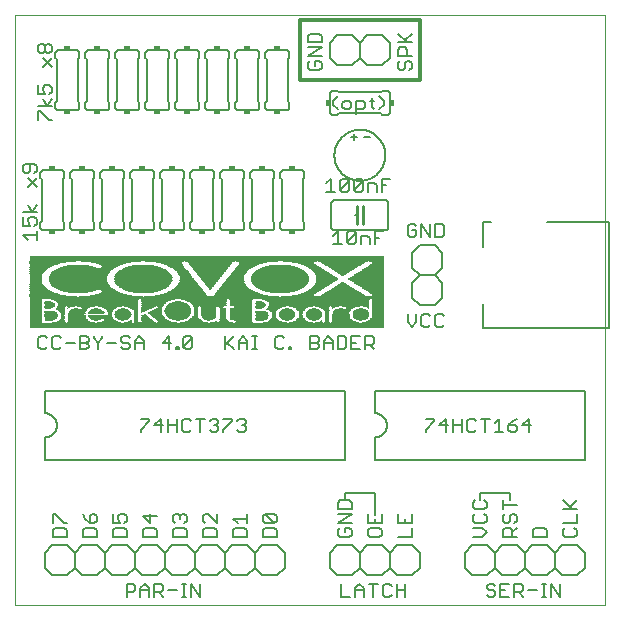
<source format=gto>
G75*
%MOIN*%
%OFA0B0*%
%FSLAX25Y25*%
%IPPOS*%
%LPD*%
%AMOC8*
5,1,8,0,0,1.08239X$1,22.5*
%
%ADD10C,0.00000*%
%ADD11C,0.00600*%
%ADD12C,0.01200*%
%ADD13C,0.01000*%
%ADD14R,0.02000X0.01500*%
%ADD15R,0.01500X0.02000*%
%ADD16R,1.18160X0.00166*%
%ADD17R,1.18160X0.00167*%
%ADD18R,0.04330X0.00166*%
%ADD19R,0.04660X0.00166*%
%ADD20R,0.09500X0.00166*%
%ADD21R,0.08160X0.00166*%
%ADD22R,0.02830X0.00166*%
%ADD23R,0.02000X0.00166*%
%ADD24R,0.05330X0.00166*%
%ADD25R,0.06670X0.00166*%
%ADD26R,0.02660X0.00166*%
%ADD27R,0.05000X0.00166*%
%ADD28R,0.06160X0.00166*%
%ADD29R,0.07670X0.00166*%
%ADD30R,0.08000X0.00166*%
%ADD31R,0.02840X0.00166*%
%ADD32R,0.07330X0.00166*%
%ADD33R,0.04000X0.00167*%
%ADD34R,0.03330X0.00167*%
%ADD35R,0.08170X0.00167*%
%ADD36R,0.06170X0.00167*%
%ADD37R,0.01500X0.00167*%
%ADD38R,0.01330X0.00167*%
%ADD39R,0.04670X0.00167*%
%ADD40R,0.05170X0.00167*%
%ADD41R,0.07170X0.00167*%
%ADD42R,0.01170X0.00167*%
%ADD43R,0.03670X0.00167*%
%ADD44R,0.05500X0.00167*%
%ADD45R,0.05670X0.00167*%
%ADD46R,0.06000X0.00167*%
%ADD47R,0.06500X0.00167*%
%ADD48R,0.02660X0.00167*%
%ADD49R,0.07500X0.00167*%
%ADD50R,0.01000X0.00167*%
%ADD51R,0.01160X0.00167*%
%ADD52R,0.04330X0.00167*%
%ADD53R,0.00670X0.00167*%
%ADD54R,0.03170X0.00167*%
%ADD55R,0.05160X0.00167*%
%ADD56R,0.05000X0.00167*%
%ADD57R,0.00840X0.00167*%
%ADD58R,0.07670X0.00167*%
%ADD59R,0.04000X0.00166*%
%ADD60R,0.02330X0.00166*%
%ADD61R,0.07170X0.00166*%
%ADD62R,0.00500X0.00166*%
%ADD63R,0.01160X0.00166*%
%ADD64R,0.03830X0.00166*%
%ADD65R,0.00330X0.00166*%
%ADD66R,0.03000X0.00166*%
%ADD67R,0.05160X0.00166*%
%ADD68R,0.04340X0.00166*%
%ADD69R,0.01170X0.00166*%
%ADD70R,0.05500X0.00166*%
%ADD71R,0.02000X0.00167*%
%ADD72R,0.06830X0.00167*%
%ADD73R,0.03830X0.00167*%
%ADD74R,0.00340X0.00167*%
%ADD75R,0.02830X0.00167*%
%ADD76R,0.05330X0.00167*%
%ADD77R,0.03500X0.00167*%
%ADD78R,0.03660X0.00167*%
%ADD79R,0.00170X0.00167*%
%ADD80R,0.07000X0.00167*%
%ADD81R,0.01830X0.00167*%
%ADD82R,0.06670X0.00167*%
%ADD83R,0.04160X0.00167*%
%ADD84R,0.02670X0.00167*%
%ADD85R,0.06330X0.00167*%
%ADD86R,0.03000X0.00167*%
%ADD87R,0.03340X0.00167*%
%ADD88R,0.03330X0.00166*%
%ADD89R,0.01660X0.00166*%
%ADD90R,0.06500X0.00166*%
%ADD91R,0.02500X0.00166*%
%ADD92R,0.03160X0.00166*%
%ADD93R,0.03500X0.00166*%
%ADD94R,0.03670X0.00166*%
%ADD95R,0.02340X0.00166*%
%ADD96R,0.06830X0.00166*%
%ADD97R,0.04830X0.00166*%
%ADD98R,0.03160X0.00167*%
%ADD99R,0.02330X0.00167*%
%ADD100R,0.07160X0.00167*%
%ADD101R,0.02160X0.00167*%
%ADD102R,0.02500X0.00167*%
%ADD103R,0.04660X0.00167*%
%ADD104R,0.07330X0.00167*%
%ADD105R,0.02340X0.00167*%
%ADD106R,0.04500X0.00167*%
%ADD107R,0.04160X0.00166*%
%ADD108R,0.01330X0.00166*%
%ADD109R,0.06000X0.00166*%
%ADD110R,0.07500X0.00166*%
%ADD111R,0.05670X0.00166*%
%ADD112R,0.02670X0.00166*%
%ADD113R,0.01670X0.00166*%
%ADD114R,0.04170X0.00166*%
%ADD115R,0.05830X0.00167*%
%ADD116R,0.04340X0.00167*%
%ADD117R,0.04170X0.00167*%
%ADD118R,0.01660X0.00167*%
%ADD119R,0.02170X0.00167*%
%ADD120R,0.04830X0.00167*%
%ADD121R,0.04500X0.00166*%
%ADD122R,0.02170X0.00166*%
%ADD123R,0.03660X0.00166*%
%ADD124R,0.07000X0.00166*%
%ADD125R,0.01830X0.00166*%
%ADD126R,0.05170X0.00166*%
%ADD127R,0.01340X0.00166*%
%ADD128R,0.05340X0.00167*%
%ADD129R,0.01340X0.00167*%
%ADD130R,0.01670X0.00167*%
%ADD131R,0.01000X0.00166*%
%ADD132R,0.01500X0.00166*%
%ADD133R,0.05340X0.00166*%
%ADD134R,0.00660X0.00167*%
%ADD135R,0.08000X0.00167*%
%ADD136R,0.05660X0.00167*%
%ADD137R,0.08330X0.00167*%
%ADD138R,0.08330X0.00166*%
%ADD139R,0.08670X0.00167*%
%ADD140R,0.08670X0.00166*%
%ADD141R,0.00830X0.00167*%
%ADD142R,0.03840X0.00167*%
%ADD143R,0.08830X0.00167*%
%ADD144R,0.09000X0.00167*%
%ADD145R,0.03170X0.00166*%
%ADD146R,0.09000X0.00166*%
%ADD147R,0.02840X0.00167*%
%ADD148R,0.00330X0.00167*%
%ADD149R,0.05830X0.00166*%
%ADD150R,0.04840X0.00167*%
%ADD151R,0.01840X0.00166*%
%ADD152R,0.05840X0.00166*%
%ADD153R,0.26660X0.00167*%
%ADD154R,0.11160X0.00167*%
%ADD155R,0.33330X0.00167*%
%ADD156R,0.11330X0.00167*%
%ADD157R,0.26660X0.00166*%
%ADD158R,0.11500X0.00166*%
%ADD159R,0.33330X0.00166*%
%ADD160R,0.11500X0.00167*%
%ADD161R,0.11830X0.00167*%
%ADD162R,0.33500X0.00167*%
%ADD163R,0.26830X0.00166*%
%ADD164R,0.12000X0.00166*%
%ADD165R,0.33500X0.00166*%
%ADD166R,0.26830X0.00167*%
%ADD167R,0.12160X0.00167*%
%ADD168R,0.33660X0.00167*%
%ADD169R,0.27000X0.00167*%
%ADD170R,0.12330X0.00167*%
%ADD171R,0.27160X0.00166*%
%ADD172R,0.12660X0.00166*%
%ADD173R,0.33830X0.00166*%
%ADD174R,0.27330X0.00167*%
%ADD175R,0.13000X0.00167*%
%ADD176R,0.34000X0.00167*%
%ADD177R,0.27500X0.00167*%
%ADD178R,0.09330X0.00167*%
%ADD179R,0.13330X0.00167*%
%ADD180R,0.34160X0.00167*%
%ADD181R,0.27830X0.00166*%
%ADD182R,0.09830X0.00166*%
%ADD183R,0.13830X0.00166*%
%ADD184R,0.34500X0.00166*%
%ADD185R,0.28160X0.00167*%
%ADD186R,0.10500X0.00167*%
%ADD187R,0.14330X0.00167*%
%ADD188R,0.34830X0.00167*%
%ADD189R,0.29170X0.00167*%
%ADD190R,0.11660X0.00167*%
%ADD191R,0.15500X0.00167*%
%ADD192R,0.35670X0.00167*%
%ADD193R,0.15830X0.00167*%
%ADD194R,0.21330X0.00167*%
%ADD195R,0.22000X0.00167*%
%ADD196R,0.23000X0.00167*%
%ADD197R,0.29000X0.00167*%
%ADD198R,0.13160X0.00167*%
%ADD199R,0.16000X0.00167*%
%ADD200R,0.18670X0.00167*%
%ADD201R,0.19500X0.00167*%
%ADD202R,0.08660X0.00167*%
%ADD203R,0.15330X0.00167*%
%ADD204R,0.13670X0.00166*%
%ADD205R,0.17160X0.00166*%
%ADD206R,0.18170X0.00166*%
%ADD207R,0.14670X0.00166*%
%ADD208R,0.12000X0.00167*%
%ADD209R,0.16170X0.00167*%
%ADD210R,0.17160X0.00167*%
%ADD211R,0.10330X0.00167*%
%ADD212R,0.10670X0.00167*%
%ADD213R,0.15170X0.00167*%
%ADD214R,0.13670X0.00167*%
%ADD215R,0.09330X0.00166*%
%ADD216R,0.15500X0.00166*%
%ADD217R,0.13170X0.00166*%
%ADD218R,0.14000X0.00167*%
%ADD219R,0.15000X0.00167*%
%ADD220R,0.12670X0.00167*%
%ADD221R,0.13340X0.00167*%
%ADD222R,0.04670X0.00166*%
%ADD223R,0.06330X0.00166*%
%ADD224R,0.12670X0.00166*%
%ADD225R,0.11670X0.00166*%
%ADD226R,0.06840X0.00167*%
%ADD227R,0.13170X0.00167*%
%ADD228R,0.11000X0.00167*%
%ADD229R,0.07660X0.00167*%
%ADD230R,0.08500X0.00167*%
%ADD231R,0.12660X0.00167*%
%ADD232R,0.09840X0.00166*%
%ADD233R,0.11340X0.00166*%
%ADD234R,0.12330X0.00166*%
%ADD235R,0.10000X0.00166*%
%ADD236R,0.10840X0.00167*%
%ADD237R,0.10830X0.00167*%
%ADD238R,0.11840X0.00167*%
%ADD239R,0.06660X0.00167*%
%ADD240R,0.06160X0.00167*%
%ADD241R,0.13000X0.00166*%
%ADD242R,0.00170X0.00166*%
%ADD243R,0.10830X0.00166*%
%ADD244R,0.13500X0.00167*%
%ADD245R,0.09670X0.00167*%
%ADD246R,0.00500X0.00167*%
%ADD247R,0.07830X0.00167*%
%ADD248R,0.18660X0.00167*%
%ADD249R,0.14170X0.00167*%
%ADD250R,0.09170X0.00167*%
%ADD251R,0.10170X0.00167*%
%ADD252R,0.14160X0.00167*%
%ADD253R,0.05660X0.00166*%
%ADD254R,0.18670X0.00166*%
%ADD255R,0.08830X0.00166*%
%ADD256R,0.00830X0.00166*%
%ADD257R,0.14840X0.00166*%
%ADD258R,0.07160X0.00166*%
%ADD259R,0.18830X0.00167*%
%ADD260R,0.09500X0.00167*%
%ADD261R,0.15160X0.00167*%
%ADD262R,0.19000X0.00167*%
%ADD263R,0.15840X0.00167*%
%ADD264R,0.19000X0.00166*%
%ADD265R,0.16330X0.00166*%
%ADD266R,0.19170X0.00167*%
%ADD267R,0.16670X0.00167*%
%ADD268R,0.16840X0.00167*%
%ADD269R,0.08160X0.00167*%
%ADD270R,0.19160X0.00167*%
%ADD271R,0.17170X0.00167*%
%ADD272R,0.07340X0.00167*%
%ADD273R,0.19170X0.00166*%
%ADD274R,0.17500X0.00166*%
%ADD275R,0.17830X0.00167*%
%ADD276R,0.17840X0.00167*%
%ADD277R,0.19330X0.00167*%
%ADD278R,0.18170X0.00167*%
%ADD279R,0.18160X0.00167*%
%ADD280R,0.19160X0.00166*%
%ADD281R,0.18330X0.00166*%
%ADD282R,0.06340X0.00166*%
%ADD283R,0.03340X0.00166*%
%ADD284R,0.18500X0.00167*%
%ADD285R,0.09830X0.00167*%
%ADD286R,0.19340X0.00167*%
%ADD287R,0.18840X0.00167*%
%ADD288R,0.10160X0.00167*%
%ADD289R,0.19340X0.00166*%
%ADD290R,0.18830X0.00166*%
%ADD291R,0.18840X0.00166*%
%ADD292R,0.10330X0.00166*%
%ADD293R,0.06340X0.00167*%
%ADD294R,0.05840X0.00167*%
%ADD295R,0.10660X0.00167*%
%ADD296R,0.19330X0.00166*%
%ADD297R,0.06170X0.00166*%
%ADD298R,0.11160X0.00166*%
%ADD299R,0.19500X0.00166*%
%ADD300R,0.07340X0.00166*%
%ADD301R,0.10660X0.00166*%
%ADD302R,0.18500X0.00166*%
%ADD303R,0.08170X0.00166*%
%ADD304R,0.18330X0.00167*%
%ADD305R,0.17830X0.00166*%
%ADD306R,0.17840X0.00166*%
%ADD307R,0.17500X0.00167*%
%ADD308R,0.16830X0.00166*%
%ADD309R,0.16840X0.00166*%
%ADD310R,0.16330X0.00167*%
%ADD311R,0.10000X0.00167*%
%ADD312R,0.15330X0.00166*%
%ADD313R,0.10500X0.00166*%
%ADD314R,0.04840X0.00166*%
%ADD315R,0.14670X0.00167*%
%ADD316R,0.14840X0.00167*%
%ADD317R,0.11170X0.00167*%
%ADD318R,0.13500X0.00166*%
%ADD319R,0.06660X0.00166*%
%ADD320R,0.12830X0.00167*%
%ADD321R,0.10840X0.00166*%
%ADD322R,0.12170X0.00166*%
%ADD323R,0.09840X0.00167*%
%ADD324R,0.12500X0.00167*%
%ADD325R,0.12830X0.00166*%
%ADD326R,0.11000X0.00166*%
%ADD327R,0.11670X0.00167*%
%ADD328R,0.11840X0.00166*%
%ADD329R,0.14500X0.00166*%
%ADD330R,0.08500X0.00166*%
%ADD331R,0.14330X0.00166*%
%ADD332R,0.14830X0.00167*%
%ADD333R,0.15670X0.00167*%
%ADD334R,0.20160X0.00166*%
%ADD335R,0.16500X0.00166*%
%ADD336C,0.00800*%
D10*
X0001800Y0001800D02*
X0001800Y0198650D01*
X0198650Y0198650D01*
X0198650Y0001800D01*
X0001800Y0001800D01*
D11*
X0014300Y0011800D02*
X0011800Y0014300D01*
X0011800Y0019300D01*
X0014300Y0021800D01*
X0019300Y0021800D01*
X0021800Y0019300D01*
X0024300Y0021800D01*
X0029300Y0021800D01*
X0031800Y0019300D01*
X0034300Y0021800D01*
X0039300Y0021800D01*
X0041800Y0019300D01*
X0044300Y0021800D01*
X0049300Y0021800D01*
X0051800Y0019300D01*
X0054300Y0021800D01*
X0059300Y0021800D01*
X0061800Y0019300D01*
X0064300Y0021800D01*
X0069300Y0021800D01*
X0071800Y0019300D01*
X0074300Y0021800D01*
X0079300Y0021800D01*
X0081800Y0019300D01*
X0084300Y0021800D01*
X0089300Y0021800D01*
X0091800Y0019300D01*
X0091800Y0014300D01*
X0089300Y0011800D01*
X0084300Y0011800D01*
X0081800Y0014300D01*
X0079300Y0011800D01*
X0074300Y0011800D01*
X0071800Y0014300D01*
X0071800Y0019300D01*
X0071800Y0014300D02*
X0069300Y0011800D01*
X0064300Y0011800D01*
X0061800Y0014300D01*
X0059300Y0011800D01*
X0054300Y0011800D01*
X0051800Y0014300D01*
X0049300Y0011800D01*
X0044300Y0011800D01*
X0041800Y0014300D01*
X0041800Y0019300D01*
X0041800Y0014300D02*
X0039300Y0011800D01*
X0034300Y0011800D01*
X0031800Y0014300D01*
X0029300Y0011800D01*
X0024300Y0011800D01*
X0021800Y0014300D01*
X0019300Y0011800D01*
X0014300Y0011800D01*
X0021800Y0014300D02*
X0021800Y0019300D01*
X0024596Y0024600D02*
X0024596Y0026802D01*
X0025330Y0027536D01*
X0028266Y0027536D01*
X0029000Y0026802D01*
X0029000Y0024600D01*
X0024596Y0024600D01*
X0026798Y0029204D02*
X0026798Y0031406D01*
X0027532Y0032140D01*
X0028266Y0032140D01*
X0029000Y0031406D01*
X0029000Y0029938D01*
X0028266Y0029204D01*
X0026798Y0029204D01*
X0025330Y0030672D01*
X0024596Y0032140D01*
X0019000Y0029204D02*
X0018266Y0029204D01*
X0015330Y0032140D01*
X0014596Y0032140D01*
X0014596Y0029204D01*
X0015330Y0027536D02*
X0014596Y0026802D01*
X0014596Y0024600D01*
X0019000Y0024600D01*
X0019000Y0026802D01*
X0018266Y0027536D01*
X0015330Y0027536D01*
X0031800Y0019300D02*
X0031800Y0014300D01*
X0039056Y0009004D02*
X0041257Y0009004D01*
X0041991Y0008270D01*
X0041991Y0006802D01*
X0041257Y0006068D01*
X0039056Y0006068D01*
X0039056Y0004600D02*
X0039056Y0009004D01*
X0043659Y0007536D02*
X0043659Y0004600D01*
X0043659Y0006802D02*
X0046595Y0006802D01*
X0046595Y0007536D02*
X0046595Y0004600D01*
X0048263Y0004600D02*
X0048263Y0009004D01*
X0050465Y0009004D01*
X0051199Y0008270D01*
X0051199Y0006802D01*
X0050465Y0006068D01*
X0048263Y0006068D01*
X0049731Y0006068D02*
X0051199Y0004600D01*
X0052867Y0006802D02*
X0055803Y0006802D01*
X0057471Y0009004D02*
X0058939Y0009004D01*
X0058205Y0009004D02*
X0058205Y0004600D01*
X0057471Y0004600D02*
X0058939Y0004600D01*
X0060540Y0004600D02*
X0060540Y0009004D01*
X0063476Y0004600D01*
X0063476Y0009004D01*
X0061800Y0014300D02*
X0061800Y0019300D01*
X0064596Y0024600D02*
X0064596Y0026802D01*
X0065330Y0027536D01*
X0068266Y0027536D01*
X0069000Y0026802D01*
X0069000Y0024600D01*
X0064596Y0024600D01*
X0065330Y0029204D02*
X0064596Y0029938D01*
X0064596Y0031406D01*
X0065330Y0032140D01*
X0066064Y0032140D01*
X0069000Y0029204D01*
X0069000Y0032140D01*
X0074596Y0030672D02*
X0079000Y0030672D01*
X0079000Y0029204D02*
X0079000Y0032140D01*
X0076064Y0029204D02*
X0074596Y0030672D01*
X0075330Y0027536D02*
X0074596Y0026802D01*
X0074596Y0024600D01*
X0079000Y0024600D01*
X0079000Y0026802D01*
X0078266Y0027536D01*
X0075330Y0027536D01*
X0081800Y0019300D02*
X0081800Y0014300D01*
X0084596Y0024600D02*
X0084596Y0026802D01*
X0085330Y0027536D01*
X0088266Y0027536D01*
X0089000Y0026802D01*
X0089000Y0024600D01*
X0084596Y0024600D01*
X0085330Y0029204D02*
X0084596Y0029938D01*
X0084596Y0031406D01*
X0085330Y0032140D01*
X0088266Y0029204D01*
X0089000Y0029938D01*
X0089000Y0031406D01*
X0088266Y0032140D01*
X0085330Y0032140D01*
X0085330Y0029204D02*
X0088266Y0029204D01*
X0106800Y0019300D02*
X0106800Y0014300D01*
X0109300Y0011800D01*
X0114300Y0011800D01*
X0116800Y0014300D01*
X0119300Y0011800D01*
X0124300Y0011800D01*
X0126800Y0014300D01*
X0129300Y0011800D01*
X0134300Y0011800D01*
X0136800Y0014300D01*
X0136800Y0019300D01*
X0134300Y0021800D01*
X0129300Y0021800D01*
X0126800Y0019300D01*
X0126800Y0014300D01*
X0126800Y0019300D02*
X0124300Y0021800D01*
X0119300Y0021800D01*
X0116800Y0019300D01*
X0116800Y0014300D01*
X0116800Y0019300D02*
X0114300Y0021800D01*
X0109300Y0021800D01*
X0106800Y0019300D01*
X0110330Y0024600D02*
X0113266Y0024600D01*
X0114000Y0025334D01*
X0114000Y0026802D01*
X0113266Y0027536D01*
X0111798Y0027536D01*
X0111798Y0026068D01*
X0110330Y0027536D02*
X0109596Y0026802D01*
X0109596Y0025334D01*
X0110330Y0024600D01*
X0109596Y0029204D02*
X0114000Y0032140D01*
X0109596Y0032140D01*
X0109596Y0033808D02*
X0109596Y0036010D01*
X0110330Y0036744D01*
X0113266Y0036744D01*
X0114000Y0036010D01*
X0114000Y0033808D01*
X0109596Y0033808D01*
X0111800Y0036800D02*
X0111800Y0039300D01*
X0121800Y0039300D01*
X0121800Y0031800D01*
X0121798Y0030672D02*
X0121798Y0029204D01*
X0119596Y0029204D02*
X0124000Y0029204D01*
X0124000Y0032140D01*
X0119596Y0032140D02*
X0119596Y0029204D01*
X0120330Y0027536D02*
X0119596Y0026802D01*
X0119596Y0025334D01*
X0120330Y0024600D01*
X0123266Y0024600D01*
X0124000Y0025334D01*
X0124000Y0026802D01*
X0123266Y0027536D01*
X0120330Y0027536D01*
X0114000Y0029204D02*
X0109596Y0029204D01*
X0129596Y0029204D02*
X0134000Y0029204D01*
X0134000Y0032140D01*
X0131798Y0030672D02*
X0131798Y0029204D01*
X0129596Y0029204D02*
X0129596Y0032140D01*
X0134000Y0027536D02*
X0134000Y0024600D01*
X0129596Y0024600D01*
X0129006Y0009004D02*
X0129006Y0004600D01*
X0127338Y0005334D02*
X0126604Y0004600D01*
X0125136Y0004600D01*
X0124402Y0005334D01*
X0124402Y0008270D01*
X0125136Y0009004D01*
X0126604Y0009004D01*
X0127338Y0008270D01*
X0129006Y0006802D02*
X0131942Y0006802D01*
X0131942Y0009004D02*
X0131942Y0004600D01*
X0122734Y0009004D02*
X0119798Y0009004D01*
X0121266Y0009004D02*
X0121266Y0004600D01*
X0118130Y0004600D02*
X0118130Y0007536D01*
X0116662Y0009004D01*
X0115194Y0007536D01*
X0115194Y0004600D01*
X0113526Y0004600D02*
X0110590Y0004600D01*
X0110590Y0009004D01*
X0115194Y0006802D02*
X0118130Y0006802D01*
X0151800Y0014300D02*
X0154300Y0011800D01*
X0159300Y0011800D01*
X0161800Y0014300D01*
X0164300Y0011800D01*
X0169300Y0011800D01*
X0171800Y0014300D01*
X0171800Y0019300D01*
X0169300Y0021800D01*
X0164300Y0021800D01*
X0161800Y0019300D01*
X0161800Y0014300D01*
X0161800Y0019300D02*
X0159300Y0021800D01*
X0154300Y0021800D01*
X0151800Y0019300D01*
X0151800Y0014300D01*
X0159056Y0008270D02*
X0159056Y0007536D01*
X0159789Y0006802D01*
X0161257Y0006802D01*
X0161991Y0006068D01*
X0161991Y0005334D01*
X0161257Y0004600D01*
X0159789Y0004600D01*
X0159056Y0005334D01*
X0159056Y0008270D02*
X0159789Y0009004D01*
X0161257Y0009004D01*
X0161991Y0008270D01*
X0163659Y0009004D02*
X0163659Y0004600D01*
X0166595Y0004600D01*
X0168263Y0004600D02*
X0168263Y0009004D01*
X0170465Y0009004D01*
X0171199Y0008270D01*
X0171199Y0006802D01*
X0170465Y0006068D01*
X0168263Y0006068D01*
X0169731Y0006068D02*
X0171199Y0004600D01*
X0172867Y0006802D02*
X0175803Y0006802D01*
X0177471Y0009004D02*
X0178939Y0009004D01*
X0178205Y0009004D02*
X0178205Y0004600D01*
X0177471Y0004600D02*
X0178939Y0004600D01*
X0180541Y0004600D02*
X0180541Y0009004D01*
X0183476Y0004600D01*
X0183476Y0009004D01*
X0184300Y0011800D02*
X0189300Y0011800D01*
X0191800Y0014300D01*
X0191800Y0019300D01*
X0189300Y0021800D01*
X0184300Y0021800D01*
X0181800Y0019300D01*
X0181800Y0014300D01*
X0184300Y0011800D01*
X0181800Y0014300D02*
X0179300Y0011800D01*
X0174300Y0011800D01*
X0171800Y0014300D01*
X0171800Y0019300D02*
X0174300Y0021800D01*
X0179300Y0021800D01*
X0181800Y0019300D01*
X0179000Y0024600D02*
X0174596Y0024600D01*
X0174596Y0026802D01*
X0175330Y0027536D01*
X0178266Y0027536D01*
X0179000Y0026802D01*
X0179000Y0024600D01*
X0184596Y0025334D02*
X0185330Y0024600D01*
X0188266Y0024600D01*
X0189000Y0025334D01*
X0189000Y0026802D01*
X0188266Y0027536D01*
X0189000Y0029204D02*
X0184596Y0029204D01*
X0185330Y0027536D02*
X0184596Y0026802D01*
X0184596Y0025334D01*
X0189000Y0029204D02*
X0189000Y0032140D01*
X0189000Y0033808D02*
X0184596Y0033808D01*
X0186798Y0034542D02*
X0189000Y0036744D01*
X0187532Y0033808D02*
X0184596Y0036744D01*
X0191800Y0050300D02*
X0191800Y0073300D01*
X0121800Y0073300D01*
X0121800Y0065800D01*
X0121926Y0065798D01*
X0122051Y0065792D01*
X0122176Y0065782D01*
X0122301Y0065768D01*
X0122426Y0065751D01*
X0122550Y0065729D01*
X0122673Y0065704D01*
X0122795Y0065674D01*
X0122916Y0065641D01*
X0123036Y0065604D01*
X0123155Y0065564D01*
X0123272Y0065519D01*
X0123389Y0065471D01*
X0123503Y0065419D01*
X0123616Y0065364D01*
X0123727Y0065305D01*
X0123836Y0065243D01*
X0123943Y0065177D01*
X0124048Y0065108D01*
X0124151Y0065036D01*
X0124252Y0064961D01*
X0124350Y0064882D01*
X0124445Y0064800D01*
X0124538Y0064716D01*
X0124628Y0064628D01*
X0124716Y0064538D01*
X0124800Y0064445D01*
X0124882Y0064350D01*
X0124961Y0064252D01*
X0125036Y0064151D01*
X0125108Y0064048D01*
X0125177Y0063943D01*
X0125243Y0063836D01*
X0125305Y0063727D01*
X0125364Y0063616D01*
X0125419Y0063503D01*
X0125471Y0063389D01*
X0125519Y0063272D01*
X0125564Y0063155D01*
X0125604Y0063036D01*
X0125641Y0062916D01*
X0125674Y0062795D01*
X0125704Y0062673D01*
X0125729Y0062550D01*
X0125751Y0062426D01*
X0125768Y0062301D01*
X0125782Y0062176D01*
X0125792Y0062051D01*
X0125798Y0061926D01*
X0125800Y0061800D01*
X0125798Y0061674D01*
X0125792Y0061549D01*
X0125782Y0061424D01*
X0125768Y0061299D01*
X0125751Y0061174D01*
X0125729Y0061050D01*
X0125704Y0060927D01*
X0125674Y0060805D01*
X0125641Y0060684D01*
X0125604Y0060564D01*
X0125564Y0060445D01*
X0125519Y0060328D01*
X0125471Y0060211D01*
X0125419Y0060097D01*
X0125364Y0059984D01*
X0125305Y0059873D01*
X0125243Y0059764D01*
X0125177Y0059657D01*
X0125108Y0059552D01*
X0125036Y0059449D01*
X0124961Y0059348D01*
X0124882Y0059250D01*
X0124800Y0059155D01*
X0124716Y0059062D01*
X0124628Y0058972D01*
X0124538Y0058884D01*
X0124445Y0058800D01*
X0124350Y0058718D01*
X0124252Y0058639D01*
X0124151Y0058564D01*
X0124048Y0058492D01*
X0123943Y0058423D01*
X0123836Y0058357D01*
X0123727Y0058295D01*
X0123616Y0058236D01*
X0123503Y0058181D01*
X0123389Y0058129D01*
X0123272Y0058081D01*
X0123155Y0058036D01*
X0123036Y0057996D01*
X0122916Y0057959D01*
X0122795Y0057926D01*
X0122673Y0057896D01*
X0122550Y0057871D01*
X0122426Y0057849D01*
X0122301Y0057832D01*
X0122176Y0057818D01*
X0122051Y0057808D01*
X0121926Y0057802D01*
X0121800Y0057800D01*
X0121800Y0050300D01*
X0191800Y0050300D01*
X0173848Y0061802D02*
X0170912Y0061802D01*
X0173114Y0064004D01*
X0173114Y0059600D01*
X0169244Y0060334D02*
X0169244Y0061068D01*
X0168510Y0061802D01*
X0166308Y0061802D01*
X0166308Y0060334D01*
X0167042Y0059600D01*
X0168510Y0059600D01*
X0169244Y0060334D01*
X0167776Y0063270D02*
X0166308Y0061802D01*
X0167776Y0063270D02*
X0169244Y0064004D01*
X0163172Y0064004D02*
X0163172Y0059600D01*
X0161704Y0059600D02*
X0164640Y0059600D01*
X0161704Y0062536D02*
X0163172Y0064004D01*
X0160036Y0064004D02*
X0157100Y0064004D01*
X0158568Y0064004D02*
X0158568Y0059600D01*
X0155432Y0060334D02*
X0154698Y0059600D01*
X0153230Y0059600D01*
X0152496Y0060334D01*
X0152496Y0063270D01*
X0153230Y0064004D01*
X0154698Y0064004D01*
X0155432Y0063270D01*
X0150828Y0064004D02*
X0150828Y0059600D01*
X0150828Y0061802D02*
X0147892Y0061802D01*
X0146224Y0061802D02*
X0143288Y0061802D01*
X0145490Y0064004D01*
X0145490Y0059600D01*
X0147892Y0059600D02*
X0147892Y0064004D01*
X0141620Y0064004D02*
X0141620Y0063270D01*
X0138684Y0060334D01*
X0138684Y0059600D01*
X0138684Y0064004D02*
X0141620Y0064004D01*
X0156800Y0039300D02*
X0156800Y0036800D01*
X0158266Y0036744D02*
X0159000Y0036010D01*
X0159000Y0034542D01*
X0158266Y0033808D01*
X0155330Y0033808D01*
X0154596Y0034542D01*
X0154596Y0036010D01*
X0155330Y0036744D01*
X0156800Y0039300D02*
X0166800Y0039300D01*
X0166800Y0036800D01*
X0164596Y0036744D02*
X0164596Y0033808D01*
X0164596Y0035276D02*
X0169000Y0035276D01*
X0168266Y0032140D02*
X0169000Y0031406D01*
X0169000Y0029938D01*
X0168266Y0029204D01*
X0166798Y0029938D02*
X0166798Y0031406D01*
X0167532Y0032140D01*
X0168266Y0032140D01*
X0165330Y0032140D02*
X0164596Y0031406D01*
X0164596Y0029938D01*
X0165330Y0029204D01*
X0166064Y0029204D01*
X0166798Y0029938D01*
X0166798Y0027536D02*
X0167532Y0026802D01*
X0167532Y0024600D01*
X0167532Y0026068D02*
X0169000Y0027536D01*
X0166798Y0027536D02*
X0165330Y0027536D01*
X0164596Y0026802D01*
X0164596Y0024600D01*
X0169000Y0024600D01*
X0159000Y0026068D02*
X0157532Y0027536D01*
X0154596Y0027536D01*
X0155330Y0029204D02*
X0158266Y0029204D01*
X0159000Y0029938D01*
X0159000Y0031406D01*
X0158266Y0032140D01*
X0155330Y0032140D02*
X0154596Y0031406D01*
X0154596Y0029938D01*
X0155330Y0029204D01*
X0154596Y0024600D02*
X0157532Y0024600D01*
X0159000Y0026068D01*
X0163659Y0009004D02*
X0166595Y0009004D01*
X0165127Y0006802D02*
X0163659Y0006802D01*
X0111800Y0050300D02*
X0111800Y0073300D01*
X0011800Y0073300D01*
X0011800Y0065800D01*
X0011926Y0065798D01*
X0012051Y0065792D01*
X0012176Y0065782D01*
X0012301Y0065768D01*
X0012426Y0065751D01*
X0012550Y0065729D01*
X0012673Y0065704D01*
X0012795Y0065674D01*
X0012916Y0065641D01*
X0013036Y0065604D01*
X0013155Y0065564D01*
X0013272Y0065519D01*
X0013389Y0065471D01*
X0013503Y0065419D01*
X0013616Y0065364D01*
X0013727Y0065305D01*
X0013836Y0065243D01*
X0013943Y0065177D01*
X0014048Y0065108D01*
X0014151Y0065036D01*
X0014252Y0064961D01*
X0014350Y0064882D01*
X0014445Y0064800D01*
X0014538Y0064716D01*
X0014628Y0064628D01*
X0014716Y0064538D01*
X0014800Y0064445D01*
X0014882Y0064350D01*
X0014961Y0064252D01*
X0015036Y0064151D01*
X0015108Y0064048D01*
X0015177Y0063943D01*
X0015243Y0063836D01*
X0015305Y0063727D01*
X0015364Y0063616D01*
X0015419Y0063503D01*
X0015471Y0063389D01*
X0015519Y0063272D01*
X0015564Y0063155D01*
X0015604Y0063036D01*
X0015641Y0062916D01*
X0015674Y0062795D01*
X0015704Y0062673D01*
X0015729Y0062550D01*
X0015751Y0062426D01*
X0015768Y0062301D01*
X0015782Y0062176D01*
X0015792Y0062051D01*
X0015798Y0061926D01*
X0015800Y0061800D01*
X0015798Y0061674D01*
X0015792Y0061549D01*
X0015782Y0061424D01*
X0015768Y0061299D01*
X0015751Y0061174D01*
X0015729Y0061050D01*
X0015704Y0060927D01*
X0015674Y0060805D01*
X0015641Y0060684D01*
X0015604Y0060564D01*
X0015564Y0060445D01*
X0015519Y0060328D01*
X0015471Y0060211D01*
X0015419Y0060097D01*
X0015364Y0059984D01*
X0015305Y0059873D01*
X0015243Y0059764D01*
X0015177Y0059657D01*
X0015108Y0059552D01*
X0015036Y0059449D01*
X0014961Y0059348D01*
X0014882Y0059250D01*
X0014800Y0059155D01*
X0014716Y0059062D01*
X0014628Y0058972D01*
X0014538Y0058884D01*
X0014445Y0058800D01*
X0014350Y0058718D01*
X0014252Y0058639D01*
X0014151Y0058564D01*
X0014048Y0058492D01*
X0013943Y0058423D01*
X0013836Y0058357D01*
X0013727Y0058295D01*
X0013616Y0058236D01*
X0013503Y0058181D01*
X0013389Y0058129D01*
X0013272Y0058081D01*
X0013155Y0058036D01*
X0013036Y0057996D01*
X0012916Y0057959D01*
X0012795Y0057926D01*
X0012673Y0057896D01*
X0012550Y0057871D01*
X0012426Y0057849D01*
X0012301Y0057832D01*
X0012176Y0057818D01*
X0012051Y0057808D01*
X0011926Y0057802D01*
X0011800Y0057800D01*
X0011800Y0050300D01*
X0111800Y0050300D01*
X0078848Y0060334D02*
X0078114Y0059600D01*
X0076646Y0059600D01*
X0075912Y0060334D01*
X0077380Y0061802D02*
X0078114Y0061802D01*
X0078848Y0061068D01*
X0078848Y0060334D01*
X0078114Y0061802D02*
X0078848Y0062536D01*
X0078848Y0063270D01*
X0078114Y0064004D01*
X0076646Y0064004D01*
X0075912Y0063270D01*
X0074244Y0063270D02*
X0071308Y0060334D01*
X0071308Y0059600D01*
X0069640Y0060334D02*
X0068906Y0059600D01*
X0067438Y0059600D01*
X0066704Y0060334D01*
X0068172Y0061802D02*
X0068906Y0061802D01*
X0069640Y0061068D01*
X0069640Y0060334D01*
X0068906Y0061802D02*
X0069640Y0062536D01*
X0069640Y0063270D01*
X0068906Y0064004D01*
X0067438Y0064004D01*
X0066704Y0063270D01*
X0065036Y0064004D02*
X0062100Y0064004D01*
X0063568Y0064004D02*
X0063568Y0059600D01*
X0060432Y0060334D02*
X0059698Y0059600D01*
X0058230Y0059600D01*
X0057496Y0060334D01*
X0057496Y0063270D01*
X0058230Y0064004D01*
X0059698Y0064004D01*
X0060432Y0063270D01*
X0055828Y0064004D02*
X0055828Y0059600D01*
X0055828Y0061802D02*
X0052892Y0061802D01*
X0051224Y0061802D02*
X0048288Y0061802D01*
X0050490Y0064004D01*
X0050490Y0059600D01*
X0052892Y0059600D02*
X0052892Y0064004D01*
X0046620Y0064004D02*
X0046620Y0063270D01*
X0043684Y0060334D01*
X0043684Y0059600D01*
X0043684Y0064004D02*
X0046620Y0064004D01*
X0071308Y0064004D02*
X0074244Y0064004D01*
X0074244Y0063270D01*
X0074689Y0087100D02*
X0072487Y0089302D01*
X0071753Y0088568D02*
X0074689Y0091504D01*
X0076357Y0090036D02*
X0077825Y0091504D01*
X0079293Y0090036D01*
X0079293Y0087100D01*
X0080961Y0087100D02*
X0082429Y0087100D01*
X0081695Y0087100D02*
X0081695Y0091504D01*
X0080961Y0091504D02*
X0082429Y0091504D01*
X0079293Y0089302D02*
X0076357Y0089302D01*
X0076357Y0090036D02*
X0076357Y0087100D01*
X0071753Y0087100D02*
X0071753Y0091504D01*
X0060877Y0090770D02*
X0060877Y0087834D01*
X0060143Y0087100D01*
X0058675Y0087100D01*
X0057941Y0087834D01*
X0060877Y0090770D01*
X0060143Y0091504D01*
X0058675Y0091504D01*
X0057941Y0090770D01*
X0057941Y0087834D01*
X0056373Y0087834D02*
X0056373Y0087100D01*
X0055639Y0087100D01*
X0055639Y0087834D01*
X0056373Y0087834D01*
X0053971Y0089302D02*
X0051035Y0089302D01*
X0053237Y0091504D01*
X0053237Y0087100D01*
X0044763Y0087100D02*
X0044763Y0090036D01*
X0043295Y0091504D01*
X0041827Y0090036D01*
X0041827Y0087100D01*
X0040159Y0087834D02*
X0040159Y0088568D01*
X0039425Y0089302D01*
X0037958Y0089302D01*
X0037224Y0090036D01*
X0037224Y0090770D01*
X0037958Y0091504D01*
X0039425Y0091504D01*
X0040159Y0090770D01*
X0041827Y0089302D02*
X0044763Y0089302D01*
X0040159Y0087834D02*
X0039425Y0087100D01*
X0037958Y0087100D01*
X0037224Y0087834D01*
X0035555Y0089302D02*
X0032620Y0089302D01*
X0030952Y0090770D02*
X0030952Y0091504D01*
X0030952Y0090770D02*
X0029484Y0089302D01*
X0029484Y0087100D01*
X0029484Y0089302D02*
X0028016Y0090770D01*
X0028016Y0091504D01*
X0026348Y0090770D02*
X0026348Y0090036D01*
X0025614Y0089302D01*
X0023412Y0089302D01*
X0021744Y0089302D02*
X0018808Y0089302D01*
X0017140Y0090770D02*
X0016406Y0091504D01*
X0014938Y0091504D01*
X0014204Y0090770D01*
X0014204Y0087834D01*
X0014938Y0087100D01*
X0016406Y0087100D01*
X0017140Y0087834D01*
X0012536Y0087834D02*
X0011802Y0087100D01*
X0010334Y0087100D01*
X0009600Y0087834D01*
X0009600Y0090770D01*
X0010334Y0091504D01*
X0011802Y0091504D01*
X0012536Y0090770D01*
X0023412Y0091504D02*
X0023412Y0087100D01*
X0025614Y0087100D01*
X0026348Y0087834D01*
X0026348Y0088568D01*
X0025614Y0089302D01*
X0026348Y0090770D02*
X0025614Y0091504D01*
X0023412Y0091504D01*
X0009000Y0123672D02*
X0009000Y0126608D01*
X0009000Y0125140D02*
X0004596Y0125140D01*
X0006064Y0123672D01*
X0006798Y0128276D02*
X0004596Y0128276D01*
X0004596Y0131212D01*
X0006064Y0130478D02*
X0006798Y0131212D01*
X0008266Y0131212D01*
X0009000Y0130478D01*
X0009000Y0129010D01*
X0008266Y0128276D01*
X0006798Y0128276D02*
X0006064Y0129744D01*
X0006064Y0130478D01*
X0004596Y0132880D02*
X0009000Y0132880D01*
X0007532Y0132880D02*
X0009000Y0135082D01*
X0007532Y0132880D02*
X0006064Y0135082D01*
X0006064Y0141320D02*
X0009000Y0144256D01*
X0010300Y0144300D02*
X0010300Y0145800D01*
X0010302Y0145860D01*
X0010307Y0145921D01*
X0010316Y0145980D01*
X0010329Y0146039D01*
X0010345Y0146098D01*
X0010365Y0146155D01*
X0010388Y0146210D01*
X0010415Y0146265D01*
X0010444Y0146317D01*
X0010477Y0146368D01*
X0010513Y0146417D01*
X0010551Y0146463D01*
X0010593Y0146507D01*
X0010637Y0146549D01*
X0010683Y0146587D01*
X0010732Y0146623D01*
X0010783Y0146656D01*
X0010835Y0146685D01*
X0010890Y0146712D01*
X0010945Y0146735D01*
X0011002Y0146755D01*
X0011061Y0146771D01*
X0011120Y0146784D01*
X0011179Y0146793D01*
X0011240Y0146798D01*
X0011300Y0146800D01*
X0017300Y0146800D01*
X0017360Y0146798D01*
X0017421Y0146793D01*
X0017480Y0146784D01*
X0017539Y0146771D01*
X0017598Y0146755D01*
X0017655Y0146735D01*
X0017710Y0146712D01*
X0017765Y0146685D01*
X0017817Y0146656D01*
X0017868Y0146623D01*
X0017917Y0146587D01*
X0017963Y0146549D01*
X0018007Y0146507D01*
X0018049Y0146463D01*
X0018087Y0146417D01*
X0018123Y0146368D01*
X0018156Y0146317D01*
X0018185Y0146265D01*
X0018212Y0146210D01*
X0018235Y0146155D01*
X0018255Y0146098D01*
X0018271Y0146039D01*
X0018284Y0145980D01*
X0018293Y0145921D01*
X0018298Y0145860D01*
X0018300Y0145800D01*
X0018300Y0144300D01*
X0017800Y0143800D01*
X0017800Y0129800D01*
X0018300Y0129300D01*
X0018300Y0127800D01*
X0018298Y0127740D01*
X0018293Y0127679D01*
X0018284Y0127620D01*
X0018271Y0127561D01*
X0018255Y0127502D01*
X0018235Y0127445D01*
X0018212Y0127390D01*
X0018185Y0127335D01*
X0018156Y0127283D01*
X0018123Y0127232D01*
X0018087Y0127183D01*
X0018049Y0127137D01*
X0018007Y0127093D01*
X0017963Y0127051D01*
X0017917Y0127013D01*
X0017868Y0126977D01*
X0017817Y0126944D01*
X0017765Y0126915D01*
X0017710Y0126888D01*
X0017655Y0126865D01*
X0017598Y0126845D01*
X0017539Y0126829D01*
X0017480Y0126816D01*
X0017421Y0126807D01*
X0017360Y0126802D01*
X0017300Y0126800D01*
X0011300Y0126800D01*
X0011240Y0126802D01*
X0011179Y0126807D01*
X0011120Y0126816D01*
X0011061Y0126829D01*
X0011002Y0126845D01*
X0010945Y0126865D01*
X0010890Y0126888D01*
X0010835Y0126915D01*
X0010783Y0126944D01*
X0010732Y0126977D01*
X0010683Y0127013D01*
X0010637Y0127051D01*
X0010593Y0127093D01*
X0010551Y0127137D01*
X0010513Y0127183D01*
X0010477Y0127232D01*
X0010444Y0127283D01*
X0010415Y0127335D01*
X0010388Y0127390D01*
X0010365Y0127445D01*
X0010345Y0127502D01*
X0010329Y0127561D01*
X0010316Y0127620D01*
X0010307Y0127679D01*
X0010302Y0127740D01*
X0010300Y0127800D01*
X0010300Y0129300D01*
X0010800Y0129800D01*
X0010800Y0143800D01*
X0010300Y0144300D01*
X0008266Y0145924D02*
X0009000Y0146658D01*
X0009000Y0148126D01*
X0008266Y0148860D01*
X0005330Y0148860D01*
X0004596Y0148126D01*
X0004596Y0146658D01*
X0005330Y0145924D01*
X0006064Y0145924D01*
X0006798Y0146658D01*
X0006798Y0148860D01*
X0006064Y0144256D02*
X0009000Y0141320D01*
X0020300Y0144300D02*
X0020300Y0145800D01*
X0020302Y0145860D01*
X0020307Y0145921D01*
X0020316Y0145980D01*
X0020329Y0146039D01*
X0020345Y0146098D01*
X0020365Y0146155D01*
X0020388Y0146210D01*
X0020415Y0146265D01*
X0020444Y0146317D01*
X0020477Y0146368D01*
X0020513Y0146417D01*
X0020551Y0146463D01*
X0020593Y0146507D01*
X0020637Y0146549D01*
X0020683Y0146587D01*
X0020732Y0146623D01*
X0020783Y0146656D01*
X0020835Y0146685D01*
X0020890Y0146712D01*
X0020945Y0146735D01*
X0021002Y0146755D01*
X0021061Y0146771D01*
X0021120Y0146784D01*
X0021179Y0146793D01*
X0021240Y0146798D01*
X0021300Y0146800D01*
X0027300Y0146800D01*
X0027360Y0146798D01*
X0027421Y0146793D01*
X0027480Y0146784D01*
X0027539Y0146771D01*
X0027598Y0146755D01*
X0027655Y0146735D01*
X0027710Y0146712D01*
X0027765Y0146685D01*
X0027817Y0146656D01*
X0027868Y0146623D01*
X0027917Y0146587D01*
X0027963Y0146549D01*
X0028007Y0146507D01*
X0028049Y0146463D01*
X0028087Y0146417D01*
X0028123Y0146368D01*
X0028156Y0146317D01*
X0028185Y0146265D01*
X0028212Y0146210D01*
X0028235Y0146155D01*
X0028255Y0146098D01*
X0028271Y0146039D01*
X0028284Y0145980D01*
X0028293Y0145921D01*
X0028298Y0145860D01*
X0028300Y0145800D01*
X0028300Y0144300D01*
X0027800Y0143800D01*
X0027800Y0129800D01*
X0028300Y0129300D01*
X0028300Y0127800D01*
X0028298Y0127740D01*
X0028293Y0127679D01*
X0028284Y0127620D01*
X0028271Y0127561D01*
X0028255Y0127502D01*
X0028235Y0127445D01*
X0028212Y0127390D01*
X0028185Y0127335D01*
X0028156Y0127283D01*
X0028123Y0127232D01*
X0028087Y0127183D01*
X0028049Y0127137D01*
X0028007Y0127093D01*
X0027963Y0127051D01*
X0027917Y0127013D01*
X0027868Y0126977D01*
X0027817Y0126944D01*
X0027765Y0126915D01*
X0027710Y0126888D01*
X0027655Y0126865D01*
X0027598Y0126845D01*
X0027539Y0126829D01*
X0027480Y0126816D01*
X0027421Y0126807D01*
X0027360Y0126802D01*
X0027300Y0126800D01*
X0021300Y0126800D01*
X0021240Y0126802D01*
X0021179Y0126807D01*
X0021120Y0126816D01*
X0021061Y0126829D01*
X0021002Y0126845D01*
X0020945Y0126865D01*
X0020890Y0126888D01*
X0020835Y0126915D01*
X0020783Y0126944D01*
X0020732Y0126977D01*
X0020683Y0127013D01*
X0020637Y0127051D01*
X0020593Y0127093D01*
X0020551Y0127137D01*
X0020513Y0127183D01*
X0020477Y0127232D01*
X0020444Y0127283D01*
X0020415Y0127335D01*
X0020388Y0127390D01*
X0020365Y0127445D01*
X0020345Y0127502D01*
X0020329Y0127561D01*
X0020316Y0127620D01*
X0020307Y0127679D01*
X0020302Y0127740D01*
X0020300Y0127800D01*
X0020300Y0129300D01*
X0020800Y0129800D01*
X0020800Y0143800D01*
X0020300Y0144300D01*
X0030300Y0144300D02*
X0030300Y0145800D01*
X0030302Y0145860D01*
X0030307Y0145921D01*
X0030316Y0145980D01*
X0030329Y0146039D01*
X0030345Y0146098D01*
X0030365Y0146155D01*
X0030388Y0146210D01*
X0030415Y0146265D01*
X0030444Y0146317D01*
X0030477Y0146368D01*
X0030513Y0146417D01*
X0030551Y0146463D01*
X0030593Y0146507D01*
X0030637Y0146549D01*
X0030683Y0146587D01*
X0030732Y0146623D01*
X0030783Y0146656D01*
X0030835Y0146685D01*
X0030890Y0146712D01*
X0030945Y0146735D01*
X0031002Y0146755D01*
X0031061Y0146771D01*
X0031120Y0146784D01*
X0031179Y0146793D01*
X0031240Y0146798D01*
X0031300Y0146800D01*
X0037300Y0146800D01*
X0037360Y0146798D01*
X0037421Y0146793D01*
X0037480Y0146784D01*
X0037539Y0146771D01*
X0037598Y0146755D01*
X0037655Y0146735D01*
X0037710Y0146712D01*
X0037765Y0146685D01*
X0037817Y0146656D01*
X0037868Y0146623D01*
X0037917Y0146587D01*
X0037963Y0146549D01*
X0038007Y0146507D01*
X0038049Y0146463D01*
X0038087Y0146417D01*
X0038123Y0146368D01*
X0038156Y0146317D01*
X0038185Y0146265D01*
X0038212Y0146210D01*
X0038235Y0146155D01*
X0038255Y0146098D01*
X0038271Y0146039D01*
X0038284Y0145980D01*
X0038293Y0145921D01*
X0038298Y0145860D01*
X0038300Y0145800D01*
X0038300Y0144300D01*
X0037800Y0143800D01*
X0037800Y0129800D01*
X0038300Y0129300D01*
X0038300Y0127800D01*
X0038298Y0127740D01*
X0038293Y0127679D01*
X0038284Y0127620D01*
X0038271Y0127561D01*
X0038255Y0127502D01*
X0038235Y0127445D01*
X0038212Y0127390D01*
X0038185Y0127335D01*
X0038156Y0127283D01*
X0038123Y0127232D01*
X0038087Y0127183D01*
X0038049Y0127137D01*
X0038007Y0127093D01*
X0037963Y0127051D01*
X0037917Y0127013D01*
X0037868Y0126977D01*
X0037817Y0126944D01*
X0037765Y0126915D01*
X0037710Y0126888D01*
X0037655Y0126865D01*
X0037598Y0126845D01*
X0037539Y0126829D01*
X0037480Y0126816D01*
X0037421Y0126807D01*
X0037360Y0126802D01*
X0037300Y0126800D01*
X0031300Y0126800D01*
X0031240Y0126802D01*
X0031179Y0126807D01*
X0031120Y0126816D01*
X0031061Y0126829D01*
X0031002Y0126845D01*
X0030945Y0126865D01*
X0030890Y0126888D01*
X0030835Y0126915D01*
X0030783Y0126944D01*
X0030732Y0126977D01*
X0030683Y0127013D01*
X0030637Y0127051D01*
X0030593Y0127093D01*
X0030551Y0127137D01*
X0030513Y0127183D01*
X0030477Y0127232D01*
X0030444Y0127283D01*
X0030415Y0127335D01*
X0030388Y0127390D01*
X0030365Y0127445D01*
X0030345Y0127502D01*
X0030329Y0127561D01*
X0030316Y0127620D01*
X0030307Y0127679D01*
X0030302Y0127740D01*
X0030300Y0127800D01*
X0030300Y0129300D01*
X0030800Y0129800D01*
X0030800Y0143800D01*
X0030300Y0144300D01*
X0040300Y0144300D02*
X0040300Y0145800D01*
X0040302Y0145860D01*
X0040307Y0145921D01*
X0040316Y0145980D01*
X0040329Y0146039D01*
X0040345Y0146098D01*
X0040365Y0146155D01*
X0040388Y0146210D01*
X0040415Y0146265D01*
X0040444Y0146317D01*
X0040477Y0146368D01*
X0040513Y0146417D01*
X0040551Y0146463D01*
X0040593Y0146507D01*
X0040637Y0146549D01*
X0040683Y0146587D01*
X0040732Y0146623D01*
X0040783Y0146656D01*
X0040835Y0146685D01*
X0040890Y0146712D01*
X0040945Y0146735D01*
X0041002Y0146755D01*
X0041061Y0146771D01*
X0041120Y0146784D01*
X0041179Y0146793D01*
X0041240Y0146798D01*
X0041300Y0146800D01*
X0047300Y0146800D01*
X0047360Y0146798D01*
X0047421Y0146793D01*
X0047480Y0146784D01*
X0047539Y0146771D01*
X0047598Y0146755D01*
X0047655Y0146735D01*
X0047710Y0146712D01*
X0047765Y0146685D01*
X0047817Y0146656D01*
X0047868Y0146623D01*
X0047917Y0146587D01*
X0047963Y0146549D01*
X0048007Y0146507D01*
X0048049Y0146463D01*
X0048087Y0146417D01*
X0048123Y0146368D01*
X0048156Y0146317D01*
X0048185Y0146265D01*
X0048212Y0146210D01*
X0048235Y0146155D01*
X0048255Y0146098D01*
X0048271Y0146039D01*
X0048284Y0145980D01*
X0048293Y0145921D01*
X0048298Y0145860D01*
X0048300Y0145800D01*
X0048300Y0144300D01*
X0047800Y0143800D01*
X0047800Y0129800D01*
X0048300Y0129300D01*
X0048300Y0127800D01*
X0048298Y0127740D01*
X0048293Y0127679D01*
X0048284Y0127620D01*
X0048271Y0127561D01*
X0048255Y0127502D01*
X0048235Y0127445D01*
X0048212Y0127390D01*
X0048185Y0127335D01*
X0048156Y0127283D01*
X0048123Y0127232D01*
X0048087Y0127183D01*
X0048049Y0127137D01*
X0048007Y0127093D01*
X0047963Y0127051D01*
X0047917Y0127013D01*
X0047868Y0126977D01*
X0047817Y0126944D01*
X0047765Y0126915D01*
X0047710Y0126888D01*
X0047655Y0126865D01*
X0047598Y0126845D01*
X0047539Y0126829D01*
X0047480Y0126816D01*
X0047421Y0126807D01*
X0047360Y0126802D01*
X0047300Y0126800D01*
X0041300Y0126800D01*
X0041240Y0126802D01*
X0041179Y0126807D01*
X0041120Y0126816D01*
X0041061Y0126829D01*
X0041002Y0126845D01*
X0040945Y0126865D01*
X0040890Y0126888D01*
X0040835Y0126915D01*
X0040783Y0126944D01*
X0040732Y0126977D01*
X0040683Y0127013D01*
X0040637Y0127051D01*
X0040593Y0127093D01*
X0040551Y0127137D01*
X0040513Y0127183D01*
X0040477Y0127232D01*
X0040444Y0127283D01*
X0040415Y0127335D01*
X0040388Y0127390D01*
X0040365Y0127445D01*
X0040345Y0127502D01*
X0040329Y0127561D01*
X0040316Y0127620D01*
X0040307Y0127679D01*
X0040302Y0127740D01*
X0040300Y0127800D01*
X0040300Y0129300D01*
X0040800Y0129800D01*
X0040800Y0143800D01*
X0040300Y0144300D01*
X0050300Y0144300D02*
X0050300Y0145800D01*
X0050302Y0145860D01*
X0050307Y0145921D01*
X0050316Y0145980D01*
X0050329Y0146039D01*
X0050345Y0146098D01*
X0050365Y0146155D01*
X0050388Y0146210D01*
X0050415Y0146265D01*
X0050444Y0146317D01*
X0050477Y0146368D01*
X0050513Y0146417D01*
X0050551Y0146463D01*
X0050593Y0146507D01*
X0050637Y0146549D01*
X0050683Y0146587D01*
X0050732Y0146623D01*
X0050783Y0146656D01*
X0050835Y0146685D01*
X0050890Y0146712D01*
X0050945Y0146735D01*
X0051002Y0146755D01*
X0051061Y0146771D01*
X0051120Y0146784D01*
X0051179Y0146793D01*
X0051240Y0146798D01*
X0051300Y0146800D01*
X0057300Y0146800D01*
X0057360Y0146798D01*
X0057421Y0146793D01*
X0057480Y0146784D01*
X0057539Y0146771D01*
X0057598Y0146755D01*
X0057655Y0146735D01*
X0057710Y0146712D01*
X0057765Y0146685D01*
X0057817Y0146656D01*
X0057868Y0146623D01*
X0057917Y0146587D01*
X0057963Y0146549D01*
X0058007Y0146507D01*
X0058049Y0146463D01*
X0058087Y0146417D01*
X0058123Y0146368D01*
X0058156Y0146317D01*
X0058185Y0146265D01*
X0058212Y0146210D01*
X0058235Y0146155D01*
X0058255Y0146098D01*
X0058271Y0146039D01*
X0058284Y0145980D01*
X0058293Y0145921D01*
X0058298Y0145860D01*
X0058300Y0145800D01*
X0058300Y0144300D01*
X0057800Y0143800D01*
X0057800Y0129800D01*
X0058300Y0129300D01*
X0058300Y0127800D01*
X0058298Y0127740D01*
X0058293Y0127679D01*
X0058284Y0127620D01*
X0058271Y0127561D01*
X0058255Y0127502D01*
X0058235Y0127445D01*
X0058212Y0127390D01*
X0058185Y0127335D01*
X0058156Y0127283D01*
X0058123Y0127232D01*
X0058087Y0127183D01*
X0058049Y0127137D01*
X0058007Y0127093D01*
X0057963Y0127051D01*
X0057917Y0127013D01*
X0057868Y0126977D01*
X0057817Y0126944D01*
X0057765Y0126915D01*
X0057710Y0126888D01*
X0057655Y0126865D01*
X0057598Y0126845D01*
X0057539Y0126829D01*
X0057480Y0126816D01*
X0057421Y0126807D01*
X0057360Y0126802D01*
X0057300Y0126800D01*
X0051300Y0126800D01*
X0051240Y0126802D01*
X0051179Y0126807D01*
X0051120Y0126816D01*
X0051061Y0126829D01*
X0051002Y0126845D01*
X0050945Y0126865D01*
X0050890Y0126888D01*
X0050835Y0126915D01*
X0050783Y0126944D01*
X0050732Y0126977D01*
X0050683Y0127013D01*
X0050637Y0127051D01*
X0050593Y0127093D01*
X0050551Y0127137D01*
X0050513Y0127183D01*
X0050477Y0127232D01*
X0050444Y0127283D01*
X0050415Y0127335D01*
X0050388Y0127390D01*
X0050365Y0127445D01*
X0050345Y0127502D01*
X0050329Y0127561D01*
X0050316Y0127620D01*
X0050307Y0127679D01*
X0050302Y0127740D01*
X0050300Y0127800D01*
X0050300Y0129300D01*
X0050800Y0129800D01*
X0050800Y0143800D01*
X0050300Y0144300D01*
X0060300Y0144300D02*
X0060300Y0145800D01*
X0060302Y0145860D01*
X0060307Y0145921D01*
X0060316Y0145980D01*
X0060329Y0146039D01*
X0060345Y0146098D01*
X0060365Y0146155D01*
X0060388Y0146210D01*
X0060415Y0146265D01*
X0060444Y0146317D01*
X0060477Y0146368D01*
X0060513Y0146417D01*
X0060551Y0146463D01*
X0060593Y0146507D01*
X0060637Y0146549D01*
X0060683Y0146587D01*
X0060732Y0146623D01*
X0060783Y0146656D01*
X0060835Y0146685D01*
X0060890Y0146712D01*
X0060945Y0146735D01*
X0061002Y0146755D01*
X0061061Y0146771D01*
X0061120Y0146784D01*
X0061179Y0146793D01*
X0061240Y0146798D01*
X0061300Y0146800D01*
X0067300Y0146800D01*
X0067360Y0146798D01*
X0067421Y0146793D01*
X0067480Y0146784D01*
X0067539Y0146771D01*
X0067598Y0146755D01*
X0067655Y0146735D01*
X0067710Y0146712D01*
X0067765Y0146685D01*
X0067817Y0146656D01*
X0067868Y0146623D01*
X0067917Y0146587D01*
X0067963Y0146549D01*
X0068007Y0146507D01*
X0068049Y0146463D01*
X0068087Y0146417D01*
X0068123Y0146368D01*
X0068156Y0146317D01*
X0068185Y0146265D01*
X0068212Y0146210D01*
X0068235Y0146155D01*
X0068255Y0146098D01*
X0068271Y0146039D01*
X0068284Y0145980D01*
X0068293Y0145921D01*
X0068298Y0145860D01*
X0068300Y0145800D01*
X0068300Y0144300D01*
X0067800Y0143800D01*
X0067800Y0129800D01*
X0068300Y0129300D01*
X0068300Y0127800D01*
X0068298Y0127740D01*
X0068293Y0127679D01*
X0068284Y0127620D01*
X0068271Y0127561D01*
X0068255Y0127502D01*
X0068235Y0127445D01*
X0068212Y0127390D01*
X0068185Y0127335D01*
X0068156Y0127283D01*
X0068123Y0127232D01*
X0068087Y0127183D01*
X0068049Y0127137D01*
X0068007Y0127093D01*
X0067963Y0127051D01*
X0067917Y0127013D01*
X0067868Y0126977D01*
X0067817Y0126944D01*
X0067765Y0126915D01*
X0067710Y0126888D01*
X0067655Y0126865D01*
X0067598Y0126845D01*
X0067539Y0126829D01*
X0067480Y0126816D01*
X0067421Y0126807D01*
X0067360Y0126802D01*
X0067300Y0126800D01*
X0061300Y0126800D01*
X0061240Y0126802D01*
X0061179Y0126807D01*
X0061120Y0126816D01*
X0061061Y0126829D01*
X0061002Y0126845D01*
X0060945Y0126865D01*
X0060890Y0126888D01*
X0060835Y0126915D01*
X0060783Y0126944D01*
X0060732Y0126977D01*
X0060683Y0127013D01*
X0060637Y0127051D01*
X0060593Y0127093D01*
X0060551Y0127137D01*
X0060513Y0127183D01*
X0060477Y0127232D01*
X0060444Y0127283D01*
X0060415Y0127335D01*
X0060388Y0127390D01*
X0060365Y0127445D01*
X0060345Y0127502D01*
X0060329Y0127561D01*
X0060316Y0127620D01*
X0060307Y0127679D01*
X0060302Y0127740D01*
X0060300Y0127800D01*
X0060300Y0129300D01*
X0060800Y0129800D01*
X0060800Y0143800D01*
X0060300Y0144300D01*
X0070300Y0144300D02*
X0070300Y0145800D01*
X0070302Y0145860D01*
X0070307Y0145921D01*
X0070316Y0145980D01*
X0070329Y0146039D01*
X0070345Y0146098D01*
X0070365Y0146155D01*
X0070388Y0146210D01*
X0070415Y0146265D01*
X0070444Y0146317D01*
X0070477Y0146368D01*
X0070513Y0146417D01*
X0070551Y0146463D01*
X0070593Y0146507D01*
X0070637Y0146549D01*
X0070683Y0146587D01*
X0070732Y0146623D01*
X0070783Y0146656D01*
X0070835Y0146685D01*
X0070890Y0146712D01*
X0070945Y0146735D01*
X0071002Y0146755D01*
X0071061Y0146771D01*
X0071120Y0146784D01*
X0071179Y0146793D01*
X0071240Y0146798D01*
X0071300Y0146800D01*
X0077300Y0146800D01*
X0077360Y0146798D01*
X0077421Y0146793D01*
X0077480Y0146784D01*
X0077539Y0146771D01*
X0077598Y0146755D01*
X0077655Y0146735D01*
X0077710Y0146712D01*
X0077765Y0146685D01*
X0077817Y0146656D01*
X0077868Y0146623D01*
X0077917Y0146587D01*
X0077963Y0146549D01*
X0078007Y0146507D01*
X0078049Y0146463D01*
X0078087Y0146417D01*
X0078123Y0146368D01*
X0078156Y0146317D01*
X0078185Y0146265D01*
X0078212Y0146210D01*
X0078235Y0146155D01*
X0078255Y0146098D01*
X0078271Y0146039D01*
X0078284Y0145980D01*
X0078293Y0145921D01*
X0078298Y0145860D01*
X0078300Y0145800D01*
X0078300Y0144300D01*
X0077800Y0143800D01*
X0077800Y0129800D01*
X0078300Y0129300D01*
X0078300Y0127800D01*
X0078298Y0127740D01*
X0078293Y0127679D01*
X0078284Y0127620D01*
X0078271Y0127561D01*
X0078255Y0127502D01*
X0078235Y0127445D01*
X0078212Y0127390D01*
X0078185Y0127335D01*
X0078156Y0127283D01*
X0078123Y0127232D01*
X0078087Y0127183D01*
X0078049Y0127137D01*
X0078007Y0127093D01*
X0077963Y0127051D01*
X0077917Y0127013D01*
X0077868Y0126977D01*
X0077817Y0126944D01*
X0077765Y0126915D01*
X0077710Y0126888D01*
X0077655Y0126865D01*
X0077598Y0126845D01*
X0077539Y0126829D01*
X0077480Y0126816D01*
X0077421Y0126807D01*
X0077360Y0126802D01*
X0077300Y0126800D01*
X0071300Y0126800D01*
X0071240Y0126802D01*
X0071179Y0126807D01*
X0071120Y0126816D01*
X0071061Y0126829D01*
X0071002Y0126845D01*
X0070945Y0126865D01*
X0070890Y0126888D01*
X0070835Y0126915D01*
X0070783Y0126944D01*
X0070732Y0126977D01*
X0070683Y0127013D01*
X0070637Y0127051D01*
X0070593Y0127093D01*
X0070551Y0127137D01*
X0070513Y0127183D01*
X0070477Y0127232D01*
X0070444Y0127283D01*
X0070415Y0127335D01*
X0070388Y0127390D01*
X0070365Y0127445D01*
X0070345Y0127502D01*
X0070329Y0127561D01*
X0070316Y0127620D01*
X0070307Y0127679D01*
X0070302Y0127740D01*
X0070300Y0127800D01*
X0070300Y0129300D01*
X0070800Y0129800D01*
X0070800Y0143800D01*
X0070300Y0144300D01*
X0080300Y0144300D02*
X0080300Y0145800D01*
X0080302Y0145860D01*
X0080307Y0145921D01*
X0080316Y0145980D01*
X0080329Y0146039D01*
X0080345Y0146098D01*
X0080365Y0146155D01*
X0080388Y0146210D01*
X0080415Y0146265D01*
X0080444Y0146317D01*
X0080477Y0146368D01*
X0080513Y0146417D01*
X0080551Y0146463D01*
X0080593Y0146507D01*
X0080637Y0146549D01*
X0080683Y0146587D01*
X0080732Y0146623D01*
X0080783Y0146656D01*
X0080835Y0146685D01*
X0080890Y0146712D01*
X0080945Y0146735D01*
X0081002Y0146755D01*
X0081061Y0146771D01*
X0081120Y0146784D01*
X0081179Y0146793D01*
X0081240Y0146798D01*
X0081300Y0146800D01*
X0087300Y0146800D01*
X0087360Y0146798D01*
X0087421Y0146793D01*
X0087480Y0146784D01*
X0087539Y0146771D01*
X0087598Y0146755D01*
X0087655Y0146735D01*
X0087710Y0146712D01*
X0087765Y0146685D01*
X0087817Y0146656D01*
X0087868Y0146623D01*
X0087917Y0146587D01*
X0087963Y0146549D01*
X0088007Y0146507D01*
X0088049Y0146463D01*
X0088087Y0146417D01*
X0088123Y0146368D01*
X0088156Y0146317D01*
X0088185Y0146265D01*
X0088212Y0146210D01*
X0088235Y0146155D01*
X0088255Y0146098D01*
X0088271Y0146039D01*
X0088284Y0145980D01*
X0088293Y0145921D01*
X0088298Y0145860D01*
X0088300Y0145800D01*
X0088300Y0144300D01*
X0087800Y0143800D01*
X0087800Y0129800D01*
X0088300Y0129300D01*
X0088300Y0127800D01*
X0088298Y0127740D01*
X0088293Y0127679D01*
X0088284Y0127620D01*
X0088271Y0127561D01*
X0088255Y0127502D01*
X0088235Y0127445D01*
X0088212Y0127390D01*
X0088185Y0127335D01*
X0088156Y0127283D01*
X0088123Y0127232D01*
X0088087Y0127183D01*
X0088049Y0127137D01*
X0088007Y0127093D01*
X0087963Y0127051D01*
X0087917Y0127013D01*
X0087868Y0126977D01*
X0087817Y0126944D01*
X0087765Y0126915D01*
X0087710Y0126888D01*
X0087655Y0126865D01*
X0087598Y0126845D01*
X0087539Y0126829D01*
X0087480Y0126816D01*
X0087421Y0126807D01*
X0087360Y0126802D01*
X0087300Y0126800D01*
X0081300Y0126800D01*
X0081240Y0126802D01*
X0081179Y0126807D01*
X0081120Y0126816D01*
X0081061Y0126829D01*
X0081002Y0126845D01*
X0080945Y0126865D01*
X0080890Y0126888D01*
X0080835Y0126915D01*
X0080783Y0126944D01*
X0080732Y0126977D01*
X0080683Y0127013D01*
X0080637Y0127051D01*
X0080593Y0127093D01*
X0080551Y0127137D01*
X0080513Y0127183D01*
X0080477Y0127232D01*
X0080444Y0127283D01*
X0080415Y0127335D01*
X0080388Y0127390D01*
X0080365Y0127445D01*
X0080345Y0127502D01*
X0080329Y0127561D01*
X0080316Y0127620D01*
X0080307Y0127679D01*
X0080302Y0127740D01*
X0080300Y0127800D01*
X0080300Y0129300D01*
X0080800Y0129800D01*
X0080800Y0143800D01*
X0080300Y0144300D01*
X0090300Y0144300D02*
X0090300Y0145800D01*
X0090302Y0145860D01*
X0090307Y0145921D01*
X0090316Y0145980D01*
X0090329Y0146039D01*
X0090345Y0146098D01*
X0090365Y0146155D01*
X0090388Y0146210D01*
X0090415Y0146265D01*
X0090444Y0146317D01*
X0090477Y0146368D01*
X0090513Y0146417D01*
X0090551Y0146463D01*
X0090593Y0146507D01*
X0090637Y0146549D01*
X0090683Y0146587D01*
X0090732Y0146623D01*
X0090783Y0146656D01*
X0090835Y0146685D01*
X0090890Y0146712D01*
X0090945Y0146735D01*
X0091002Y0146755D01*
X0091061Y0146771D01*
X0091120Y0146784D01*
X0091179Y0146793D01*
X0091240Y0146798D01*
X0091300Y0146800D01*
X0097300Y0146800D01*
X0097360Y0146798D01*
X0097421Y0146793D01*
X0097480Y0146784D01*
X0097539Y0146771D01*
X0097598Y0146755D01*
X0097655Y0146735D01*
X0097710Y0146712D01*
X0097765Y0146685D01*
X0097817Y0146656D01*
X0097868Y0146623D01*
X0097917Y0146587D01*
X0097963Y0146549D01*
X0098007Y0146507D01*
X0098049Y0146463D01*
X0098087Y0146417D01*
X0098123Y0146368D01*
X0098156Y0146317D01*
X0098185Y0146265D01*
X0098212Y0146210D01*
X0098235Y0146155D01*
X0098255Y0146098D01*
X0098271Y0146039D01*
X0098284Y0145980D01*
X0098293Y0145921D01*
X0098298Y0145860D01*
X0098300Y0145800D01*
X0098300Y0144300D01*
X0097800Y0143800D01*
X0097800Y0129800D01*
X0098300Y0129300D01*
X0098300Y0127800D01*
X0098298Y0127740D01*
X0098293Y0127679D01*
X0098284Y0127620D01*
X0098271Y0127561D01*
X0098255Y0127502D01*
X0098235Y0127445D01*
X0098212Y0127390D01*
X0098185Y0127335D01*
X0098156Y0127283D01*
X0098123Y0127232D01*
X0098087Y0127183D01*
X0098049Y0127137D01*
X0098007Y0127093D01*
X0097963Y0127051D01*
X0097917Y0127013D01*
X0097868Y0126977D01*
X0097817Y0126944D01*
X0097765Y0126915D01*
X0097710Y0126888D01*
X0097655Y0126865D01*
X0097598Y0126845D01*
X0097539Y0126829D01*
X0097480Y0126816D01*
X0097421Y0126807D01*
X0097360Y0126802D01*
X0097300Y0126800D01*
X0091300Y0126800D01*
X0091240Y0126802D01*
X0091179Y0126807D01*
X0091120Y0126816D01*
X0091061Y0126829D01*
X0091002Y0126845D01*
X0090945Y0126865D01*
X0090890Y0126888D01*
X0090835Y0126915D01*
X0090783Y0126944D01*
X0090732Y0126977D01*
X0090683Y0127013D01*
X0090637Y0127051D01*
X0090593Y0127093D01*
X0090551Y0127137D01*
X0090513Y0127183D01*
X0090477Y0127232D01*
X0090444Y0127283D01*
X0090415Y0127335D01*
X0090388Y0127390D01*
X0090365Y0127445D01*
X0090345Y0127502D01*
X0090329Y0127561D01*
X0090316Y0127620D01*
X0090307Y0127679D01*
X0090302Y0127740D01*
X0090300Y0127800D01*
X0090300Y0129300D01*
X0090800Y0129800D01*
X0090800Y0143800D01*
X0090300Y0144300D01*
X0105590Y0142536D02*
X0107058Y0144004D01*
X0107058Y0139600D01*
X0105590Y0139600D02*
X0108526Y0139600D01*
X0110194Y0140334D02*
X0113130Y0143270D01*
X0113130Y0140334D01*
X0112396Y0139600D01*
X0110928Y0139600D01*
X0110194Y0140334D01*
X0110194Y0143270D01*
X0110928Y0144004D01*
X0112396Y0144004D01*
X0113130Y0143270D01*
X0114798Y0143270D02*
X0115532Y0144004D01*
X0117000Y0144004D01*
X0117734Y0143270D01*
X0114798Y0140334D01*
X0115532Y0139600D01*
X0117000Y0139600D01*
X0117734Y0140334D01*
X0117734Y0143270D01*
X0119402Y0142536D02*
X0121604Y0142536D01*
X0122338Y0141802D01*
X0122338Y0139600D01*
X0124006Y0139600D02*
X0124006Y0144004D01*
X0126942Y0144004D01*
X0125474Y0141802D02*
X0124006Y0141802D01*
X0119402Y0142536D02*
X0119402Y0139600D01*
X0125300Y0136800D02*
X0108300Y0136800D01*
X0108240Y0136798D01*
X0108179Y0136793D01*
X0108120Y0136784D01*
X0108061Y0136771D01*
X0108002Y0136755D01*
X0107945Y0136735D01*
X0107890Y0136712D01*
X0107835Y0136685D01*
X0107783Y0136656D01*
X0107732Y0136623D01*
X0107683Y0136587D01*
X0107637Y0136549D01*
X0107593Y0136507D01*
X0107551Y0136463D01*
X0107513Y0136417D01*
X0107477Y0136368D01*
X0107444Y0136317D01*
X0107415Y0136265D01*
X0107388Y0136210D01*
X0107365Y0136155D01*
X0107345Y0136098D01*
X0107329Y0136039D01*
X0107316Y0135980D01*
X0107307Y0135921D01*
X0107302Y0135860D01*
X0107300Y0135800D01*
X0107300Y0127800D01*
X0107302Y0127740D01*
X0107307Y0127679D01*
X0107316Y0127620D01*
X0107329Y0127561D01*
X0107345Y0127502D01*
X0107365Y0127445D01*
X0107388Y0127390D01*
X0107415Y0127335D01*
X0107444Y0127283D01*
X0107477Y0127232D01*
X0107513Y0127183D01*
X0107551Y0127137D01*
X0107593Y0127093D01*
X0107637Y0127051D01*
X0107683Y0127013D01*
X0107732Y0126977D01*
X0107783Y0126944D01*
X0107835Y0126915D01*
X0107890Y0126888D01*
X0107945Y0126865D01*
X0108002Y0126845D01*
X0108061Y0126829D01*
X0108120Y0126816D01*
X0108179Y0126807D01*
X0108240Y0126802D01*
X0108300Y0126800D01*
X0125300Y0126800D01*
X0124640Y0126504D02*
X0121704Y0126504D01*
X0121704Y0122100D01*
X0120036Y0122100D02*
X0120036Y0124302D01*
X0119302Y0125036D01*
X0117100Y0125036D01*
X0117100Y0122100D01*
X0115432Y0122834D02*
X0114698Y0122100D01*
X0113230Y0122100D01*
X0112496Y0122834D01*
X0115432Y0125770D01*
X0115432Y0122834D01*
X0115432Y0125770D02*
X0114698Y0126504D01*
X0113230Y0126504D01*
X0112496Y0125770D01*
X0112496Y0122834D01*
X0110828Y0122100D02*
X0107892Y0122100D01*
X0109360Y0122100D02*
X0109360Y0126504D01*
X0107892Y0125036D01*
X0115300Y0131800D02*
X0115800Y0131800D01*
X0117800Y0131800D02*
X0118300Y0131800D01*
X0125300Y0126800D02*
X0125360Y0126802D01*
X0125421Y0126807D01*
X0125480Y0126816D01*
X0125539Y0126829D01*
X0125598Y0126845D01*
X0125655Y0126865D01*
X0125710Y0126888D01*
X0125765Y0126915D01*
X0125817Y0126944D01*
X0125868Y0126977D01*
X0125917Y0127013D01*
X0125963Y0127051D01*
X0126007Y0127093D01*
X0126049Y0127137D01*
X0126087Y0127183D01*
X0126123Y0127232D01*
X0126156Y0127283D01*
X0126185Y0127335D01*
X0126212Y0127390D01*
X0126235Y0127445D01*
X0126255Y0127502D01*
X0126271Y0127561D01*
X0126284Y0127620D01*
X0126293Y0127679D01*
X0126298Y0127740D01*
X0126300Y0127800D01*
X0126300Y0135800D01*
X0126298Y0135860D01*
X0126293Y0135921D01*
X0126284Y0135980D01*
X0126271Y0136039D01*
X0126255Y0136098D01*
X0126235Y0136155D01*
X0126212Y0136210D01*
X0126185Y0136265D01*
X0126156Y0136317D01*
X0126123Y0136368D01*
X0126087Y0136417D01*
X0126049Y0136463D01*
X0126007Y0136507D01*
X0125963Y0136549D01*
X0125917Y0136587D01*
X0125868Y0136623D01*
X0125817Y0136656D01*
X0125765Y0136685D01*
X0125710Y0136712D01*
X0125655Y0136735D01*
X0125598Y0136755D01*
X0125539Y0136771D01*
X0125480Y0136784D01*
X0125421Y0136793D01*
X0125360Y0136798D01*
X0125300Y0136800D01*
X0133428Y0129004D02*
X0132694Y0128270D01*
X0132694Y0125334D01*
X0133428Y0124600D01*
X0134896Y0124600D01*
X0135630Y0125334D01*
X0135630Y0126802D01*
X0134162Y0126802D01*
X0135630Y0128270D02*
X0134896Y0129004D01*
X0133428Y0129004D01*
X0137298Y0129004D02*
X0137298Y0124600D01*
X0140234Y0124600D02*
X0140234Y0129004D01*
X0141902Y0129004D02*
X0144104Y0129004D01*
X0144838Y0128270D01*
X0144838Y0125334D01*
X0144104Y0124600D01*
X0141902Y0124600D01*
X0141902Y0129004D01*
X0137298Y0129004D02*
X0140234Y0124600D01*
X0141800Y0121800D02*
X0136800Y0121800D01*
X0134300Y0119300D01*
X0134300Y0114300D01*
X0136800Y0111800D01*
X0141800Y0111800D01*
X0144300Y0114300D01*
X0144300Y0119300D01*
X0141800Y0121800D01*
X0141800Y0111800D02*
X0144300Y0109300D01*
X0144300Y0104300D01*
X0141800Y0101800D01*
X0136800Y0101800D01*
X0134300Y0104300D01*
X0134300Y0109300D01*
X0136800Y0111800D01*
X0135630Y0099004D02*
X0135630Y0096068D01*
X0134162Y0094600D01*
X0132694Y0096068D01*
X0132694Y0099004D01*
X0137298Y0098270D02*
X0137298Y0095334D01*
X0138032Y0094600D01*
X0139500Y0094600D01*
X0140234Y0095334D01*
X0141902Y0095334D02*
X0142636Y0094600D01*
X0144104Y0094600D01*
X0144838Y0095334D01*
X0141902Y0095334D02*
X0141902Y0098270D01*
X0142636Y0099004D01*
X0144104Y0099004D01*
X0144838Y0098270D01*
X0140234Y0098270D02*
X0139500Y0099004D01*
X0138032Y0099004D01*
X0137298Y0098270D01*
X0121495Y0090770D02*
X0121495Y0089302D01*
X0120761Y0088568D01*
X0118560Y0088568D01*
X0120027Y0088568D02*
X0121495Y0087100D01*
X0118560Y0087100D02*
X0118560Y0091504D01*
X0120761Y0091504D01*
X0121495Y0090770D01*
X0116891Y0091504D02*
X0113956Y0091504D01*
X0113956Y0087100D01*
X0116891Y0087100D01*
X0115424Y0089302D02*
X0113956Y0089302D01*
X0112288Y0087834D02*
X0112288Y0090770D01*
X0111554Y0091504D01*
X0109352Y0091504D01*
X0109352Y0087100D01*
X0111554Y0087100D01*
X0112288Y0087834D01*
X0107684Y0087100D02*
X0107684Y0090036D01*
X0106216Y0091504D01*
X0104748Y0090036D01*
X0104748Y0087100D01*
X0103080Y0087834D02*
X0103080Y0088568D01*
X0102346Y0089302D01*
X0100144Y0089302D01*
X0102346Y0089302D02*
X0103080Y0090036D01*
X0103080Y0090770D01*
X0102346Y0091504D01*
X0100144Y0091504D01*
X0100144Y0087100D01*
X0102346Y0087100D01*
X0103080Y0087834D01*
X0104748Y0089302D02*
X0107684Y0089302D01*
X0093972Y0087834D02*
X0093972Y0087100D01*
X0093238Y0087100D01*
X0093238Y0087834D01*
X0093972Y0087834D01*
X0091570Y0087834D02*
X0090836Y0087100D01*
X0089368Y0087100D01*
X0088634Y0087834D01*
X0088634Y0090770D01*
X0089368Y0091504D01*
X0090836Y0091504D01*
X0091570Y0090770D01*
X0121704Y0124302D02*
X0123172Y0124302D01*
X0114798Y0140334D02*
X0114798Y0143270D01*
X0108300Y0151800D02*
X0108303Y0152009D01*
X0108310Y0152217D01*
X0108323Y0152425D01*
X0108341Y0152633D01*
X0108364Y0152840D01*
X0108392Y0153047D01*
X0108425Y0153253D01*
X0108463Y0153458D01*
X0108507Y0153662D01*
X0108555Y0153865D01*
X0108608Y0154067D01*
X0108666Y0154267D01*
X0108729Y0154466D01*
X0108797Y0154664D01*
X0108870Y0154859D01*
X0108947Y0155053D01*
X0109029Y0155245D01*
X0109116Y0155434D01*
X0109208Y0155622D01*
X0109304Y0155807D01*
X0109404Y0155990D01*
X0109509Y0156170D01*
X0109619Y0156347D01*
X0109733Y0156522D01*
X0109851Y0156694D01*
X0109973Y0156863D01*
X0110099Y0157029D01*
X0110229Y0157192D01*
X0110364Y0157352D01*
X0110502Y0157508D01*
X0110644Y0157661D01*
X0110790Y0157810D01*
X0110939Y0157956D01*
X0111092Y0158098D01*
X0111248Y0158236D01*
X0111408Y0158371D01*
X0111571Y0158501D01*
X0111737Y0158627D01*
X0111906Y0158749D01*
X0112078Y0158867D01*
X0112253Y0158981D01*
X0112430Y0159091D01*
X0112610Y0159196D01*
X0112793Y0159296D01*
X0112978Y0159392D01*
X0113166Y0159484D01*
X0113355Y0159571D01*
X0113547Y0159653D01*
X0113741Y0159730D01*
X0113936Y0159803D01*
X0114134Y0159871D01*
X0114333Y0159934D01*
X0114533Y0159992D01*
X0114735Y0160045D01*
X0114938Y0160093D01*
X0115142Y0160137D01*
X0115347Y0160175D01*
X0115553Y0160208D01*
X0115760Y0160236D01*
X0115967Y0160259D01*
X0116175Y0160277D01*
X0116383Y0160290D01*
X0116591Y0160297D01*
X0116800Y0160300D01*
X0117009Y0160297D01*
X0117217Y0160290D01*
X0117425Y0160277D01*
X0117633Y0160259D01*
X0117840Y0160236D01*
X0118047Y0160208D01*
X0118253Y0160175D01*
X0118458Y0160137D01*
X0118662Y0160093D01*
X0118865Y0160045D01*
X0119067Y0159992D01*
X0119267Y0159934D01*
X0119466Y0159871D01*
X0119664Y0159803D01*
X0119859Y0159730D01*
X0120053Y0159653D01*
X0120245Y0159571D01*
X0120434Y0159484D01*
X0120622Y0159392D01*
X0120807Y0159296D01*
X0120990Y0159196D01*
X0121170Y0159091D01*
X0121347Y0158981D01*
X0121522Y0158867D01*
X0121694Y0158749D01*
X0121863Y0158627D01*
X0122029Y0158501D01*
X0122192Y0158371D01*
X0122352Y0158236D01*
X0122508Y0158098D01*
X0122661Y0157956D01*
X0122810Y0157810D01*
X0122956Y0157661D01*
X0123098Y0157508D01*
X0123236Y0157352D01*
X0123371Y0157192D01*
X0123501Y0157029D01*
X0123627Y0156863D01*
X0123749Y0156694D01*
X0123867Y0156522D01*
X0123981Y0156347D01*
X0124091Y0156170D01*
X0124196Y0155990D01*
X0124296Y0155807D01*
X0124392Y0155622D01*
X0124484Y0155434D01*
X0124571Y0155245D01*
X0124653Y0155053D01*
X0124730Y0154859D01*
X0124803Y0154664D01*
X0124871Y0154466D01*
X0124934Y0154267D01*
X0124992Y0154067D01*
X0125045Y0153865D01*
X0125093Y0153662D01*
X0125137Y0153458D01*
X0125175Y0153253D01*
X0125208Y0153047D01*
X0125236Y0152840D01*
X0125259Y0152633D01*
X0125277Y0152425D01*
X0125290Y0152217D01*
X0125297Y0152009D01*
X0125300Y0151800D01*
X0125297Y0151591D01*
X0125290Y0151383D01*
X0125277Y0151175D01*
X0125259Y0150967D01*
X0125236Y0150760D01*
X0125208Y0150553D01*
X0125175Y0150347D01*
X0125137Y0150142D01*
X0125093Y0149938D01*
X0125045Y0149735D01*
X0124992Y0149533D01*
X0124934Y0149333D01*
X0124871Y0149134D01*
X0124803Y0148936D01*
X0124730Y0148741D01*
X0124653Y0148547D01*
X0124571Y0148355D01*
X0124484Y0148166D01*
X0124392Y0147978D01*
X0124296Y0147793D01*
X0124196Y0147610D01*
X0124091Y0147430D01*
X0123981Y0147253D01*
X0123867Y0147078D01*
X0123749Y0146906D01*
X0123627Y0146737D01*
X0123501Y0146571D01*
X0123371Y0146408D01*
X0123236Y0146248D01*
X0123098Y0146092D01*
X0122956Y0145939D01*
X0122810Y0145790D01*
X0122661Y0145644D01*
X0122508Y0145502D01*
X0122352Y0145364D01*
X0122192Y0145229D01*
X0122029Y0145099D01*
X0121863Y0144973D01*
X0121694Y0144851D01*
X0121522Y0144733D01*
X0121347Y0144619D01*
X0121170Y0144509D01*
X0120990Y0144404D01*
X0120807Y0144304D01*
X0120622Y0144208D01*
X0120434Y0144116D01*
X0120245Y0144029D01*
X0120053Y0143947D01*
X0119859Y0143870D01*
X0119664Y0143797D01*
X0119466Y0143729D01*
X0119267Y0143666D01*
X0119067Y0143608D01*
X0118865Y0143555D01*
X0118662Y0143507D01*
X0118458Y0143463D01*
X0118253Y0143425D01*
X0118047Y0143392D01*
X0117840Y0143364D01*
X0117633Y0143341D01*
X0117425Y0143323D01*
X0117217Y0143310D01*
X0117009Y0143303D01*
X0116800Y0143300D01*
X0116591Y0143303D01*
X0116383Y0143310D01*
X0116175Y0143323D01*
X0115967Y0143341D01*
X0115760Y0143364D01*
X0115553Y0143392D01*
X0115347Y0143425D01*
X0115142Y0143463D01*
X0114938Y0143507D01*
X0114735Y0143555D01*
X0114533Y0143608D01*
X0114333Y0143666D01*
X0114134Y0143729D01*
X0113936Y0143797D01*
X0113741Y0143870D01*
X0113547Y0143947D01*
X0113355Y0144029D01*
X0113166Y0144116D01*
X0112978Y0144208D01*
X0112793Y0144304D01*
X0112610Y0144404D01*
X0112430Y0144509D01*
X0112253Y0144619D01*
X0112078Y0144733D01*
X0111906Y0144851D01*
X0111737Y0144973D01*
X0111571Y0145099D01*
X0111408Y0145229D01*
X0111248Y0145364D01*
X0111092Y0145502D01*
X0110939Y0145644D01*
X0110790Y0145790D01*
X0110644Y0145939D01*
X0110502Y0146092D01*
X0110364Y0146248D01*
X0110229Y0146408D01*
X0110099Y0146571D01*
X0109973Y0146737D01*
X0109851Y0146906D01*
X0109733Y0147078D01*
X0109619Y0147253D01*
X0109509Y0147430D01*
X0109404Y0147610D01*
X0109304Y0147793D01*
X0109208Y0147978D01*
X0109116Y0148166D01*
X0109029Y0148355D01*
X0108947Y0148547D01*
X0108870Y0148741D01*
X0108797Y0148936D01*
X0108729Y0149134D01*
X0108666Y0149333D01*
X0108608Y0149533D01*
X0108555Y0149735D01*
X0108507Y0149938D01*
X0108463Y0150142D01*
X0108425Y0150347D01*
X0108392Y0150553D01*
X0108364Y0150760D01*
X0108341Y0150967D01*
X0108323Y0151175D01*
X0108310Y0151383D01*
X0108303Y0151591D01*
X0108300Y0151800D01*
X0113800Y0157800D02*
X0115800Y0157800D01*
X0114800Y0156800D02*
X0114800Y0158800D01*
X0118300Y0157800D02*
X0120300Y0157800D01*
X0124300Y0165300D02*
X0125800Y0165300D01*
X0125860Y0165302D01*
X0125921Y0165307D01*
X0125980Y0165316D01*
X0126039Y0165329D01*
X0126098Y0165345D01*
X0126155Y0165365D01*
X0126210Y0165388D01*
X0126265Y0165415D01*
X0126317Y0165444D01*
X0126368Y0165477D01*
X0126417Y0165513D01*
X0126463Y0165551D01*
X0126507Y0165593D01*
X0126549Y0165637D01*
X0126587Y0165683D01*
X0126623Y0165732D01*
X0126656Y0165783D01*
X0126685Y0165835D01*
X0126712Y0165890D01*
X0126735Y0165945D01*
X0126755Y0166002D01*
X0126771Y0166061D01*
X0126784Y0166120D01*
X0126793Y0166179D01*
X0126798Y0166240D01*
X0126800Y0166300D01*
X0126800Y0172300D01*
X0126798Y0172360D01*
X0126793Y0172421D01*
X0126784Y0172480D01*
X0126771Y0172539D01*
X0126755Y0172598D01*
X0126735Y0172655D01*
X0126712Y0172710D01*
X0126685Y0172765D01*
X0126656Y0172817D01*
X0126623Y0172868D01*
X0126587Y0172917D01*
X0126549Y0172963D01*
X0126507Y0173007D01*
X0126463Y0173049D01*
X0126417Y0173087D01*
X0126368Y0173123D01*
X0126317Y0173156D01*
X0126265Y0173185D01*
X0126210Y0173212D01*
X0126155Y0173235D01*
X0126098Y0173255D01*
X0126039Y0173271D01*
X0125980Y0173284D01*
X0125921Y0173293D01*
X0125860Y0173298D01*
X0125800Y0173300D01*
X0124300Y0173300D01*
X0123800Y0172800D01*
X0109800Y0172800D01*
X0109300Y0173300D01*
X0107800Y0173300D01*
X0107740Y0173298D01*
X0107679Y0173293D01*
X0107620Y0173284D01*
X0107561Y0173271D01*
X0107502Y0173255D01*
X0107445Y0173235D01*
X0107390Y0173212D01*
X0107335Y0173185D01*
X0107283Y0173156D01*
X0107232Y0173123D01*
X0107183Y0173087D01*
X0107137Y0173049D01*
X0107093Y0173007D01*
X0107051Y0172963D01*
X0107013Y0172917D01*
X0106977Y0172868D01*
X0106944Y0172817D01*
X0106915Y0172765D01*
X0106888Y0172710D01*
X0106865Y0172655D01*
X0106845Y0172598D01*
X0106829Y0172539D01*
X0106816Y0172480D01*
X0106807Y0172421D01*
X0106802Y0172360D01*
X0106800Y0172300D01*
X0106800Y0166300D01*
X0106802Y0166240D01*
X0106807Y0166179D01*
X0106816Y0166120D01*
X0106829Y0166061D01*
X0106845Y0166002D01*
X0106865Y0165945D01*
X0106888Y0165890D01*
X0106915Y0165835D01*
X0106944Y0165783D01*
X0106977Y0165732D01*
X0107013Y0165683D01*
X0107051Y0165637D01*
X0107093Y0165593D01*
X0107137Y0165551D01*
X0107183Y0165513D01*
X0107232Y0165477D01*
X0107283Y0165444D01*
X0107335Y0165415D01*
X0107390Y0165388D01*
X0107445Y0165365D01*
X0107502Y0165345D01*
X0107561Y0165329D01*
X0107620Y0165316D01*
X0107679Y0165307D01*
X0107740Y0165302D01*
X0107800Y0165300D01*
X0109300Y0165300D01*
X0109800Y0165800D01*
X0123800Y0165800D01*
X0124300Y0165300D01*
X0123239Y0167100D02*
X0124706Y0168568D01*
X0124706Y0170036D01*
X0123239Y0171504D01*
X0121637Y0170036D02*
X0120169Y0170036D01*
X0120903Y0170770D02*
X0120903Y0167834D01*
X0121637Y0167100D01*
X0118501Y0167834D02*
X0117767Y0167100D01*
X0115565Y0167100D01*
X0115565Y0165632D02*
X0115565Y0170036D01*
X0117767Y0170036D01*
X0118501Y0169302D01*
X0118501Y0167834D01*
X0113897Y0167834D02*
X0113897Y0169302D01*
X0113163Y0170036D01*
X0111695Y0170036D01*
X0110961Y0169302D01*
X0110961Y0167834D01*
X0111695Y0167100D01*
X0113163Y0167100D01*
X0113897Y0167834D01*
X0109360Y0167100D02*
X0107892Y0168568D01*
X0107892Y0170036D01*
X0109360Y0171504D01*
X0103266Y0180194D02*
X0100330Y0180194D01*
X0099596Y0180928D01*
X0099596Y0182396D01*
X0100330Y0183130D01*
X0101798Y0183130D02*
X0101798Y0181662D01*
X0101798Y0183130D02*
X0103266Y0183130D01*
X0104000Y0182396D01*
X0104000Y0180928D01*
X0103266Y0180194D01*
X0106800Y0184300D02*
X0106800Y0189300D01*
X0109300Y0191800D01*
X0114300Y0191800D01*
X0116800Y0189300D01*
X0119300Y0191800D01*
X0124300Y0191800D01*
X0126800Y0189300D01*
X0126800Y0184300D01*
X0124300Y0181800D01*
X0119300Y0181800D01*
X0116800Y0184300D01*
X0114300Y0181800D01*
X0109300Y0181800D01*
X0106800Y0184300D01*
X0104000Y0184798D02*
X0099596Y0184798D01*
X0104000Y0187734D01*
X0099596Y0187734D01*
X0099596Y0189402D02*
X0099596Y0191604D01*
X0100330Y0192338D01*
X0103266Y0192338D01*
X0104000Y0191604D01*
X0104000Y0189402D01*
X0099596Y0189402D01*
X0093300Y0185800D02*
X0093300Y0184300D01*
X0092800Y0183800D01*
X0092800Y0169800D01*
X0093300Y0169300D01*
X0093300Y0167800D01*
X0093298Y0167740D01*
X0093293Y0167679D01*
X0093284Y0167620D01*
X0093271Y0167561D01*
X0093255Y0167502D01*
X0093235Y0167445D01*
X0093212Y0167390D01*
X0093185Y0167335D01*
X0093156Y0167283D01*
X0093123Y0167232D01*
X0093087Y0167183D01*
X0093049Y0167137D01*
X0093007Y0167093D01*
X0092963Y0167051D01*
X0092917Y0167013D01*
X0092868Y0166977D01*
X0092817Y0166944D01*
X0092765Y0166915D01*
X0092710Y0166888D01*
X0092655Y0166865D01*
X0092598Y0166845D01*
X0092539Y0166829D01*
X0092480Y0166816D01*
X0092421Y0166807D01*
X0092360Y0166802D01*
X0092300Y0166800D01*
X0086300Y0166800D01*
X0086240Y0166802D01*
X0086179Y0166807D01*
X0086120Y0166816D01*
X0086061Y0166829D01*
X0086002Y0166845D01*
X0085945Y0166865D01*
X0085890Y0166888D01*
X0085835Y0166915D01*
X0085783Y0166944D01*
X0085732Y0166977D01*
X0085683Y0167013D01*
X0085637Y0167051D01*
X0085593Y0167093D01*
X0085551Y0167137D01*
X0085513Y0167183D01*
X0085477Y0167232D01*
X0085444Y0167283D01*
X0085415Y0167335D01*
X0085388Y0167390D01*
X0085365Y0167445D01*
X0085345Y0167502D01*
X0085329Y0167561D01*
X0085316Y0167620D01*
X0085307Y0167679D01*
X0085302Y0167740D01*
X0085300Y0167800D01*
X0085300Y0169300D01*
X0085800Y0169800D01*
X0085800Y0183800D01*
X0085300Y0184300D01*
X0085300Y0185800D01*
X0085302Y0185860D01*
X0085307Y0185921D01*
X0085316Y0185980D01*
X0085329Y0186039D01*
X0085345Y0186098D01*
X0085365Y0186155D01*
X0085388Y0186210D01*
X0085415Y0186265D01*
X0085444Y0186317D01*
X0085477Y0186368D01*
X0085513Y0186417D01*
X0085551Y0186463D01*
X0085593Y0186507D01*
X0085637Y0186549D01*
X0085683Y0186587D01*
X0085732Y0186623D01*
X0085783Y0186656D01*
X0085835Y0186685D01*
X0085890Y0186712D01*
X0085945Y0186735D01*
X0086002Y0186755D01*
X0086061Y0186771D01*
X0086120Y0186784D01*
X0086179Y0186793D01*
X0086240Y0186798D01*
X0086300Y0186800D01*
X0092300Y0186800D01*
X0092360Y0186798D01*
X0092421Y0186793D01*
X0092480Y0186784D01*
X0092539Y0186771D01*
X0092598Y0186755D01*
X0092655Y0186735D01*
X0092710Y0186712D01*
X0092765Y0186685D01*
X0092817Y0186656D01*
X0092868Y0186623D01*
X0092917Y0186587D01*
X0092963Y0186549D01*
X0093007Y0186507D01*
X0093049Y0186463D01*
X0093087Y0186417D01*
X0093123Y0186368D01*
X0093156Y0186317D01*
X0093185Y0186265D01*
X0093212Y0186210D01*
X0093235Y0186155D01*
X0093255Y0186098D01*
X0093271Y0186039D01*
X0093284Y0185980D01*
X0093293Y0185921D01*
X0093298Y0185860D01*
X0093300Y0185800D01*
X0083300Y0185800D02*
X0083300Y0184300D01*
X0082800Y0183800D01*
X0082800Y0169800D01*
X0083300Y0169300D01*
X0083300Y0167800D01*
X0083298Y0167740D01*
X0083293Y0167679D01*
X0083284Y0167620D01*
X0083271Y0167561D01*
X0083255Y0167502D01*
X0083235Y0167445D01*
X0083212Y0167390D01*
X0083185Y0167335D01*
X0083156Y0167283D01*
X0083123Y0167232D01*
X0083087Y0167183D01*
X0083049Y0167137D01*
X0083007Y0167093D01*
X0082963Y0167051D01*
X0082917Y0167013D01*
X0082868Y0166977D01*
X0082817Y0166944D01*
X0082765Y0166915D01*
X0082710Y0166888D01*
X0082655Y0166865D01*
X0082598Y0166845D01*
X0082539Y0166829D01*
X0082480Y0166816D01*
X0082421Y0166807D01*
X0082360Y0166802D01*
X0082300Y0166800D01*
X0076300Y0166800D01*
X0076240Y0166802D01*
X0076179Y0166807D01*
X0076120Y0166816D01*
X0076061Y0166829D01*
X0076002Y0166845D01*
X0075945Y0166865D01*
X0075890Y0166888D01*
X0075835Y0166915D01*
X0075783Y0166944D01*
X0075732Y0166977D01*
X0075683Y0167013D01*
X0075637Y0167051D01*
X0075593Y0167093D01*
X0075551Y0167137D01*
X0075513Y0167183D01*
X0075477Y0167232D01*
X0075444Y0167283D01*
X0075415Y0167335D01*
X0075388Y0167390D01*
X0075365Y0167445D01*
X0075345Y0167502D01*
X0075329Y0167561D01*
X0075316Y0167620D01*
X0075307Y0167679D01*
X0075302Y0167740D01*
X0075300Y0167800D01*
X0075300Y0169300D01*
X0075800Y0169800D01*
X0075800Y0183800D01*
X0075300Y0184300D01*
X0075300Y0185800D01*
X0075302Y0185860D01*
X0075307Y0185921D01*
X0075316Y0185980D01*
X0075329Y0186039D01*
X0075345Y0186098D01*
X0075365Y0186155D01*
X0075388Y0186210D01*
X0075415Y0186265D01*
X0075444Y0186317D01*
X0075477Y0186368D01*
X0075513Y0186417D01*
X0075551Y0186463D01*
X0075593Y0186507D01*
X0075637Y0186549D01*
X0075683Y0186587D01*
X0075732Y0186623D01*
X0075783Y0186656D01*
X0075835Y0186685D01*
X0075890Y0186712D01*
X0075945Y0186735D01*
X0076002Y0186755D01*
X0076061Y0186771D01*
X0076120Y0186784D01*
X0076179Y0186793D01*
X0076240Y0186798D01*
X0076300Y0186800D01*
X0082300Y0186800D01*
X0082360Y0186798D01*
X0082421Y0186793D01*
X0082480Y0186784D01*
X0082539Y0186771D01*
X0082598Y0186755D01*
X0082655Y0186735D01*
X0082710Y0186712D01*
X0082765Y0186685D01*
X0082817Y0186656D01*
X0082868Y0186623D01*
X0082917Y0186587D01*
X0082963Y0186549D01*
X0083007Y0186507D01*
X0083049Y0186463D01*
X0083087Y0186417D01*
X0083123Y0186368D01*
X0083156Y0186317D01*
X0083185Y0186265D01*
X0083212Y0186210D01*
X0083235Y0186155D01*
X0083255Y0186098D01*
X0083271Y0186039D01*
X0083284Y0185980D01*
X0083293Y0185921D01*
X0083298Y0185860D01*
X0083300Y0185800D01*
X0073300Y0185800D02*
X0073300Y0184300D01*
X0072800Y0183800D01*
X0072800Y0169800D01*
X0073300Y0169300D01*
X0073300Y0167800D01*
X0073298Y0167740D01*
X0073293Y0167679D01*
X0073284Y0167620D01*
X0073271Y0167561D01*
X0073255Y0167502D01*
X0073235Y0167445D01*
X0073212Y0167390D01*
X0073185Y0167335D01*
X0073156Y0167283D01*
X0073123Y0167232D01*
X0073087Y0167183D01*
X0073049Y0167137D01*
X0073007Y0167093D01*
X0072963Y0167051D01*
X0072917Y0167013D01*
X0072868Y0166977D01*
X0072817Y0166944D01*
X0072765Y0166915D01*
X0072710Y0166888D01*
X0072655Y0166865D01*
X0072598Y0166845D01*
X0072539Y0166829D01*
X0072480Y0166816D01*
X0072421Y0166807D01*
X0072360Y0166802D01*
X0072300Y0166800D01*
X0066300Y0166800D01*
X0066240Y0166802D01*
X0066179Y0166807D01*
X0066120Y0166816D01*
X0066061Y0166829D01*
X0066002Y0166845D01*
X0065945Y0166865D01*
X0065890Y0166888D01*
X0065835Y0166915D01*
X0065783Y0166944D01*
X0065732Y0166977D01*
X0065683Y0167013D01*
X0065637Y0167051D01*
X0065593Y0167093D01*
X0065551Y0167137D01*
X0065513Y0167183D01*
X0065477Y0167232D01*
X0065444Y0167283D01*
X0065415Y0167335D01*
X0065388Y0167390D01*
X0065365Y0167445D01*
X0065345Y0167502D01*
X0065329Y0167561D01*
X0065316Y0167620D01*
X0065307Y0167679D01*
X0065302Y0167740D01*
X0065300Y0167800D01*
X0065300Y0169300D01*
X0065800Y0169800D01*
X0065800Y0183800D01*
X0065300Y0184300D01*
X0065300Y0185800D01*
X0065302Y0185860D01*
X0065307Y0185921D01*
X0065316Y0185980D01*
X0065329Y0186039D01*
X0065345Y0186098D01*
X0065365Y0186155D01*
X0065388Y0186210D01*
X0065415Y0186265D01*
X0065444Y0186317D01*
X0065477Y0186368D01*
X0065513Y0186417D01*
X0065551Y0186463D01*
X0065593Y0186507D01*
X0065637Y0186549D01*
X0065683Y0186587D01*
X0065732Y0186623D01*
X0065783Y0186656D01*
X0065835Y0186685D01*
X0065890Y0186712D01*
X0065945Y0186735D01*
X0066002Y0186755D01*
X0066061Y0186771D01*
X0066120Y0186784D01*
X0066179Y0186793D01*
X0066240Y0186798D01*
X0066300Y0186800D01*
X0072300Y0186800D01*
X0072360Y0186798D01*
X0072421Y0186793D01*
X0072480Y0186784D01*
X0072539Y0186771D01*
X0072598Y0186755D01*
X0072655Y0186735D01*
X0072710Y0186712D01*
X0072765Y0186685D01*
X0072817Y0186656D01*
X0072868Y0186623D01*
X0072917Y0186587D01*
X0072963Y0186549D01*
X0073007Y0186507D01*
X0073049Y0186463D01*
X0073087Y0186417D01*
X0073123Y0186368D01*
X0073156Y0186317D01*
X0073185Y0186265D01*
X0073212Y0186210D01*
X0073235Y0186155D01*
X0073255Y0186098D01*
X0073271Y0186039D01*
X0073284Y0185980D01*
X0073293Y0185921D01*
X0073298Y0185860D01*
X0073300Y0185800D01*
X0063300Y0185800D02*
X0063300Y0184300D01*
X0062800Y0183800D01*
X0062800Y0169800D01*
X0063300Y0169300D01*
X0063300Y0167800D01*
X0063298Y0167740D01*
X0063293Y0167679D01*
X0063284Y0167620D01*
X0063271Y0167561D01*
X0063255Y0167502D01*
X0063235Y0167445D01*
X0063212Y0167390D01*
X0063185Y0167335D01*
X0063156Y0167283D01*
X0063123Y0167232D01*
X0063087Y0167183D01*
X0063049Y0167137D01*
X0063007Y0167093D01*
X0062963Y0167051D01*
X0062917Y0167013D01*
X0062868Y0166977D01*
X0062817Y0166944D01*
X0062765Y0166915D01*
X0062710Y0166888D01*
X0062655Y0166865D01*
X0062598Y0166845D01*
X0062539Y0166829D01*
X0062480Y0166816D01*
X0062421Y0166807D01*
X0062360Y0166802D01*
X0062300Y0166800D01*
X0056300Y0166800D01*
X0056240Y0166802D01*
X0056179Y0166807D01*
X0056120Y0166816D01*
X0056061Y0166829D01*
X0056002Y0166845D01*
X0055945Y0166865D01*
X0055890Y0166888D01*
X0055835Y0166915D01*
X0055783Y0166944D01*
X0055732Y0166977D01*
X0055683Y0167013D01*
X0055637Y0167051D01*
X0055593Y0167093D01*
X0055551Y0167137D01*
X0055513Y0167183D01*
X0055477Y0167232D01*
X0055444Y0167283D01*
X0055415Y0167335D01*
X0055388Y0167390D01*
X0055365Y0167445D01*
X0055345Y0167502D01*
X0055329Y0167561D01*
X0055316Y0167620D01*
X0055307Y0167679D01*
X0055302Y0167740D01*
X0055300Y0167800D01*
X0055300Y0169300D01*
X0055800Y0169800D01*
X0055800Y0183800D01*
X0055300Y0184300D01*
X0055300Y0185800D01*
X0055302Y0185860D01*
X0055307Y0185921D01*
X0055316Y0185980D01*
X0055329Y0186039D01*
X0055345Y0186098D01*
X0055365Y0186155D01*
X0055388Y0186210D01*
X0055415Y0186265D01*
X0055444Y0186317D01*
X0055477Y0186368D01*
X0055513Y0186417D01*
X0055551Y0186463D01*
X0055593Y0186507D01*
X0055637Y0186549D01*
X0055683Y0186587D01*
X0055732Y0186623D01*
X0055783Y0186656D01*
X0055835Y0186685D01*
X0055890Y0186712D01*
X0055945Y0186735D01*
X0056002Y0186755D01*
X0056061Y0186771D01*
X0056120Y0186784D01*
X0056179Y0186793D01*
X0056240Y0186798D01*
X0056300Y0186800D01*
X0062300Y0186800D01*
X0062360Y0186798D01*
X0062421Y0186793D01*
X0062480Y0186784D01*
X0062539Y0186771D01*
X0062598Y0186755D01*
X0062655Y0186735D01*
X0062710Y0186712D01*
X0062765Y0186685D01*
X0062817Y0186656D01*
X0062868Y0186623D01*
X0062917Y0186587D01*
X0062963Y0186549D01*
X0063007Y0186507D01*
X0063049Y0186463D01*
X0063087Y0186417D01*
X0063123Y0186368D01*
X0063156Y0186317D01*
X0063185Y0186265D01*
X0063212Y0186210D01*
X0063235Y0186155D01*
X0063255Y0186098D01*
X0063271Y0186039D01*
X0063284Y0185980D01*
X0063293Y0185921D01*
X0063298Y0185860D01*
X0063300Y0185800D01*
X0053300Y0185800D02*
X0053300Y0184300D01*
X0052800Y0183800D01*
X0052800Y0169800D01*
X0053300Y0169300D01*
X0053300Y0167800D01*
X0053298Y0167740D01*
X0053293Y0167679D01*
X0053284Y0167620D01*
X0053271Y0167561D01*
X0053255Y0167502D01*
X0053235Y0167445D01*
X0053212Y0167390D01*
X0053185Y0167335D01*
X0053156Y0167283D01*
X0053123Y0167232D01*
X0053087Y0167183D01*
X0053049Y0167137D01*
X0053007Y0167093D01*
X0052963Y0167051D01*
X0052917Y0167013D01*
X0052868Y0166977D01*
X0052817Y0166944D01*
X0052765Y0166915D01*
X0052710Y0166888D01*
X0052655Y0166865D01*
X0052598Y0166845D01*
X0052539Y0166829D01*
X0052480Y0166816D01*
X0052421Y0166807D01*
X0052360Y0166802D01*
X0052300Y0166800D01*
X0046300Y0166800D01*
X0046240Y0166802D01*
X0046179Y0166807D01*
X0046120Y0166816D01*
X0046061Y0166829D01*
X0046002Y0166845D01*
X0045945Y0166865D01*
X0045890Y0166888D01*
X0045835Y0166915D01*
X0045783Y0166944D01*
X0045732Y0166977D01*
X0045683Y0167013D01*
X0045637Y0167051D01*
X0045593Y0167093D01*
X0045551Y0167137D01*
X0045513Y0167183D01*
X0045477Y0167232D01*
X0045444Y0167283D01*
X0045415Y0167335D01*
X0045388Y0167390D01*
X0045365Y0167445D01*
X0045345Y0167502D01*
X0045329Y0167561D01*
X0045316Y0167620D01*
X0045307Y0167679D01*
X0045302Y0167740D01*
X0045300Y0167800D01*
X0045300Y0169300D01*
X0045800Y0169800D01*
X0045800Y0183800D01*
X0045300Y0184300D01*
X0045300Y0185800D01*
X0045302Y0185860D01*
X0045307Y0185921D01*
X0045316Y0185980D01*
X0045329Y0186039D01*
X0045345Y0186098D01*
X0045365Y0186155D01*
X0045388Y0186210D01*
X0045415Y0186265D01*
X0045444Y0186317D01*
X0045477Y0186368D01*
X0045513Y0186417D01*
X0045551Y0186463D01*
X0045593Y0186507D01*
X0045637Y0186549D01*
X0045683Y0186587D01*
X0045732Y0186623D01*
X0045783Y0186656D01*
X0045835Y0186685D01*
X0045890Y0186712D01*
X0045945Y0186735D01*
X0046002Y0186755D01*
X0046061Y0186771D01*
X0046120Y0186784D01*
X0046179Y0186793D01*
X0046240Y0186798D01*
X0046300Y0186800D01*
X0052300Y0186800D01*
X0052360Y0186798D01*
X0052421Y0186793D01*
X0052480Y0186784D01*
X0052539Y0186771D01*
X0052598Y0186755D01*
X0052655Y0186735D01*
X0052710Y0186712D01*
X0052765Y0186685D01*
X0052817Y0186656D01*
X0052868Y0186623D01*
X0052917Y0186587D01*
X0052963Y0186549D01*
X0053007Y0186507D01*
X0053049Y0186463D01*
X0053087Y0186417D01*
X0053123Y0186368D01*
X0053156Y0186317D01*
X0053185Y0186265D01*
X0053212Y0186210D01*
X0053235Y0186155D01*
X0053255Y0186098D01*
X0053271Y0186039D01*
X0053284Y0185980D01*
X0053293Y0185921D01*
X0053298Y0185860D01*
X0053300Y0185800D01*
X0043300Y0185800D02*
X0043300Y0184300D01*
X0042800Y0183800D01*
X0042800Y0169800D01*
X0043300Y0169300D01*
X0043300Y0167800D01*
X0043298Y0167740D01*
X0043293Y0167679D01*
X0043284Y0167620D01*
X0043271Y0167561D01*
X0043255Y0167502D01*
X0043235Y0167445D01*
X0043212Y0167390D01*
X0043185Y0167335D01*
X0043156Y0167283D01*
X0043123Y0167232D01*
X0043087Y0167183D01*
X0043049Y0167137D01*
X0043007Y0167093D01*
X0042963Y0167051D01*
X0042917Y0167013D01*
X0042868Y0166977D01*
X0042817Y0166944D01*
X0042765Y0166915D01*
X0042710Y0166888D01*
X0042655Y0166865D01*
X0042598Y0166845D01*
X0042539Y0166829D01*
X0042480Y0166816D01*
X0042421Y0166807D01*
X0042360Y0166802D01*
X0042300Y0166800D01*
X0036300Y0166800D01*
X0036240Y0166802D01*
X0036179Y0166807D01*
X0036120Y0166816D01*
X0036061Y0166829D01*
X0036002Y0166845D01*
X0035945Y0166865D01*
X0035890Y0166888D01*
X0035835Y0166915D01*
X0035783Y0166944D01*
X0035732Y0166977D01*
X0035683Y0167013D01*
X0035637Y0167051D01*
X0035593Y0167093D01*
X0035551Y0167137D01*
X0035513Y0167183D01*
X0035477Y0167232D01*
X0035444Y0167283D01*
X0035415Y0167335D01*
X0035388Y0167390D01*
X0035365Y0167445D01*
X0035345Y0167502D01*
X0035329Y0167561D01*
X0035316Y0167620D01*
X0035307Y0167679D01*
X0035302Y0167740D01*
X0035300Y0167800D01*
X0035300Y0169300D01*
X0035800Y0169800D01*
X0035800Y0183800D01*
X0035300Y0184300D01*
X0035300Y0185800D01*
X0035302Y0185860D01*
X0035307Y0185921D01*
X0035316Y0185980D01*
X0035329Y0186039D01*
X0035345Y0186098D01*
X0035365Y0186155D01*
X0035388Y0186210D01*
X0035415Y0186265D01*
X0035444Y0186317D01*
X0035477Y0186368D01*
X0035513Y0186417D01*
X0035551Y0186463D01*
X0035593Y0186507D01*
X0035637Y0186549D01*
X0035683Y0186587D01*
X0035732Y0186623D01*
X0035783Y0186656D01*
X0035835Y0186685D01*
X0035890Y0186712D01*
X0035945Y0186735D01*
X0036002Y0186755D01*
X0036061Y0186771D01*
X0036120Y0186784D01*
X0036179Y0186793D01*
X0036240Y0186798D01*
X0036300Y0186800D01*
X0042300Y0186800D01*
X0042360Y0186798D01*
X0042421Y0186793D01*
X0042480Y0186784D01*
X0042539Y0186771D01*
X0042598Y0186755D01*
X0042655Y0186735D01*
X0042710Y0186712D01*
X0042765Y0186685D01*
X0042817Y0186656D01*
X0042868Y0186623D01*
X0042917Y0186587D01*
X0042963Y0186549D01*
X0043007Y0186507D01*
X0043049Y0186463D01*
X0043087Y0186417D01*
X0043123Y0186368D01*
X0043156Y0186317D01*
X0043185Y0186265D01*
X0043212Y0186210D01*
X0043235Y0186155D01*
X0043255Y0186098D01*
X0043271Y0186039D01*
X0043284Y0185980D01*
X0043293Y0185921D01*
X0043298Y0185860D01*
X0043300Y0185800D01*
X0033300Y0185800D02*
X0033300Y0184300D01*
X0032800Y0183800D01*
X0032800Y0169800D01*
X0033300Y0169300D01*
X0033300Y0167800D01*
X0033298Y0167740D01*
X0033293Y0167679D01*
X0033284Y0167620D01*
X0033271Y0167561D01*
X0033255Y0167502D01*
X0033235Y0167445D01*
X0033212Y0167390D01*
X0033185Y0167335D01*
X0033156Y0167283D01*
X0033123Y0167232D01*
X0033087Y0167183D01*
X0033049Y0167137D01*
X0033007Y0167093D01*
X0032963Y0167051D01*
X0032917Y0167013D01*
X0032868Y0166977D01*
X0032817Y0166944D01*
X0032765Y0166915D01*
X0032710Y0166888D01*
X0032655Y0166865D01*
X0032598Y0166845D01*
X0032539Y0166829D01*
X0032480Y0166816D01*
X0032421Y0166807D01*
X0032360Y0166802D01*
X0032300Y0166800D01*
X0026300Y0166800D01*
X0026240Y0166802D01*
X0026179Y0166807D01*
X0026120Y0166816D01*
X0026061Y0166829D01*
X0026002Y0166845D01*
X0025945Y0166865D01*
X0025890Y0166888D01*
X0025835Y0166915D01*
X0025783Y0166944D01*
X0025732Y0166977D01*
X0025683Y0167013D01*
X0025637Y0167051D01*
X0025593Y0167093D01*
X0025551Y0167137D01*
X0025513Y0167183D01*
X0025477Y0167232D01*
X0025444Y0167283D01*
X0025415Y0167335D01*
X0025388Y0167390D01*
X0025365Y0167445D01*
X0025345Y0167502D01*
X0025329Y0167561D01*
X0025316Y0167620D01*
X0025307Y0167679D01*
X0025302Y0167740D01*
X0025300Y0167800D01*
X0025300Y0169300D01*
X0025800Y0169800D01*
X0025800Y0183800D01*
X0025300Y0184300D01*
X0025300Y0185800D01*
X0025302Y0185860D01*
X0025307Y0185921D01*
X0025316Y0185980D01*
X0025329Y0186039D01*
X0025345Y0186098D01*
X0025365Y0186155D01*
X0025388Y0186210D01*
X0025415Y0186265D01*
X0025444Y0186317D01*
X0025477Y0186368D01*
X0025513Y0186417D01*
X0025551Y0186463D01*
X0025593Y0186507D01*
X0025637Y0186549D01*
X0025683Y0186587D01*
X0025732Y0186623D01*
X0025783Y0186656D01*
X0025835Y0186685D01*
X0025890Y0186712D01*
X0025945Y0186735D01*
X0026002Y0186755D01*
X0026061Y0186771D01*
X0026120Y0186784D01*
X0026179Y0186793D01*
X0026240Y0186798D01*
X0026300Y0186800D01*
X0032300Y0186800D01*
X0032360Y0186798D01*
X0032421Y0186793D01*
X0032480Y0186784D01*
X0032539Y0186771D01*
X0032598Y0186755D01*
X0032655Y0186735D01*
X0032710Y0186712D01*
X0032765Y0186685D01*
X0032817Y0186656D01*
X0032868Y0186623D01*
X0032917Y0186587D01*
X0032963Y0186549D01*
X0033007Y0186507D01*
X0033049Y0186463D01*
X0033087Y0186417D01*
X0033123Y0186368D01*
X0033156Y0186317D01*
X0033185Y0186265D01*
X0033212Y0186210D01*
X0033235Y0186155D01*
X0033255Y0186098D01*
X0033271Y0186039D01*
X0033284Y0185980D01*
X0033293Y0185921D01*
X0033298Y0185860D01*
X0033300Y0185800D01*
X0023300Y0185800D02*
X0023300Y0184300D01*
X0022800Y0183800D01*
X0022800Y0169800D01*
X0023300Y0169300D01*
X0023300Y0167800D01*
X0023298Y0167740D01*
X0023293Y0167679D01*
X0023284Y0167620D01*
X0023271Y0167561D01*
X0023255Y0167502D01*
X0023235Y0167445D01*
X0023212Y0167390D01*
X0023185Y0167335D01*
X0023156Y0167283D01*
X0023123Y0167232D01*
X0023087Y0167183D01*
X0023049Y0167137D01*
X0023007Y0167093D01*
X0022963Y0167051D01*
X0022917Y0167013D01*
X0022868Y0166977D01*
X0022817Y0166944D01*
X0022765Y0166915D01*
X0022710Y0166888D01*
X0022655Y0166865D01*
X0022598Y0166845D01*
X0022539Y0166829D01*
X0022480Y0166816D01*
X0022421Y0166807D01*
X0022360Y0166802D01*
X0022300Y0166800D01*
X0016300Y0166800D01*
X0016240Y0166802D01*
X0016179Y0166807D01*
X0016120Y0166816D01*
X0016061Y0166829D01*
X0016002Y0166845D01*
X0015945Y0166865D01*
X0015890Y0166888D01*
X0015835Y0166915D01*
X0015783Y0166944D01*
X0015732Y0166977D01*
X0015683Y0167013D01*
X0015637Y0167051D01*
X0015593Y0167093D01*
X0015551Y0167137D01*
X0015513Y0167183D01*
X0015477Y0167232D01*
X0015444Y0167283D01*
X0015415Y0167335D01*
X0015388Y0167390D01*
X0015365Y0167445D01*
X0015345Y0167502D01*
X0015329Y0167561D01*
X0015316Y0167620D01*
X0015307Y0167679D01*
X0015302Y0167740D01*
X0015300Y0167800D01*
X0015300Y0169300D01*
X0015800Y0169800D01*
X0015800Y0183800D01*
X0015300Y0184300D01*
X0015300Y0185800D01*
X0015302Y0185860D01*
X0015307Y0185921D01*
X0015316Y0185980D01*
X0015329Y0186039D01*
X0015345Y0186098D01*
X0015365Y0186155D01*
X0015388Y0186210D01*
X0015415Y0186265D01*
X0015444Y0186317D01*
X0015477Y0186368D01*
X0015513Y0186417D01*
X0015551Y0186463D01*
X0015593Y0186507D01*
X0015637Y0186549D01*
X0015683Y0186587D01*
X0015732Y0186623D01*
X0015783Y0186656D01*
X0015835Y0186685D01*
X0015890Y0186712D01*
X0015945Y0186735D01*
X0016002Y0186755D01*
X0016061Y0186771D01*
X0016120Y0186784D01*
X0016179Y0186793D01*
X0016240Y0186798D01*
X0016300Y0186800D01*
X0022300Y0186800D01*
X0022360Y0186798D01*
X0022421Y0186793D01*
X0022480Y0186784D01*
X0022539Y0186771D01*
X0022598Y0186755D01*
X0022655Y0186735D01*
X0022710Y0186712D01*
X0022765Y0186685D01*
X0022817Y0186656D01*
X0022868Y0186623D01*
X0022917Y0186587D01*
X0022963Y0186549D01*
X0023007Y0186507D01*
X0023049Y0186463D01*
X0023087Y0186417D01*
X0023123Y0186368D01*
X0023156Y0186317D01*
X0023185Y0186265D01*
X0023212Y0186210D01*
X0023235Y0186155D01*
X0023255Y0186098D01*
X0023271Y0186039D01*
X0023284Y0185980D01*
X0023293Y0185921D01*
X0023298Y0185860D01*
X0023300Y0185800D01*
X0014000Y0186658D02*
X0013266Y0185924D01*
X0012532Y0185924D01*
X0011798Y0186658D01*
X0011798Y0188126D01*
X0012532Y0188860D01*
X0013266Y0188860D01*
X0014000Y0188126D01*
X0014000Y0186658D01*
X0011798Y0186658D02*
X0011064Y0185924D01*
X0010330Y0185924D01*
X0009596Y0186658D01*
X0009596Y0188126D01*
X0010330Y0188860D01*
X0011064Y0188860D01*
X0011798Y0188126D01*
X0011064Y0184256D02*
X0014000Y0181320D01*
X0011064Y0181320D02*
X0014000Y0184256D01*
X0013266Y0175048D02*
X0011798Y0175048D01*
X0011064Y0174314D01*
X0011064Y0173580D01*
X0011798Y0172112D01*
X0009596Y0172112D01*
X0009596Y0175048D01*
X0013266Y0175048D02*
X0014000Y0174314D01*
X0014000Y0172846D01*
X0013266Y0172112D01*
X0014000Y0170478D02*
X0012532Y0168276D01*
X0011064Y0170478D01*
X0009596Y0168276D02*
X0014000Y0168276D01*
X0010330Y0166608D02*
X0013266Y0163672D01*
X0014000Y0163672D01*
X0009596Y0163672D02*
X0009596Y0166608D01*
X0010330Y0166608D01*
X0116800Y0184300D02*
X0116800Y0189300D01*
X0129596Y0189402D02*
X0134000Y0189402D01*
X0132532Y0189402D02*
X0129596Y0192338D01*
X0131798Y0190136D02*
X0134000Y0192338D01*
X0131798Y0187734D02*
X0132532Y0187000D01*
X0132532Y0184798D01*
X0134000Y0184798D02*
X0129596Y0184798D01*
X0129596Y0187000D01*
X0130330Y0187734D01*
X0131798Y0187734D01*
X0132532Y0183130D02*
X0133266Y0183130D01*
X0134000Y0182396D01*
X0134000Y0180928D01*
X0133266Y0180194D01*
X0131798Y0180928D02*
X0131798Y0182396D01*
X0132532Y0183130D01*
X0130330Y0183130D02*
X0129596Y0182396D01*
X0129596Y0180928D01*
X0130330Y0180194D01*
X0131064Y0180194D01*
X0131798Y0180928D01*
X0058266Y0032140D02*
X0059000Y0031406D01*
X0059000Y0029938D01*
X0058266Y0029204D01*
X0058266Y0027536D02*
X0055330Y0027536D01*
X0054596Y0026802D01*
X0054596Y0024600D01*
X0059000Y0024600D01*
X0059000Y0026802D01*
X0058266Y0027536D01*
X0055330Y0029204D02*
X0054596Y0029938D01*
X0054596Y0031406D01*
X0055330Y0032140D01*
X0056064Y0032140D01*
X0056798Y0031406D01*
X0057532Y0032140D01*
X0058266Y0032140D01*
X0056798Y0031406D02*
X0056798Y0030672D01*
X0049000Y0031406D02*
X0044596Y0031406D01*
X0046798Y0029204D01*
X0046798Y0032140D01*
X0045330Y0027536D02*
X0044596Y0026802D01*
X0044596Y0024600D01*
X0049000Y0024600D01*
X0049000Y0026802D01*
X0048266Y0027536D01*
X0045330Y0027536D01*
X0039000Y0026802D02*
X0039000Y0024600D01*
X0034596Y0024600D01*
X0034596Y0026802D01*
X0035330Y0027536D01*
X0038266Y0027536D01*
X0039000Y0026802D01*
X0038266Y0029204D02*
X0039000Y0029938D01*
X0039000Y0031406D01*
X0038266Y0032140D01*
X0036798Y0032140D01*
X0036064Y0031406D01*
X0036064Y0030672D01*
X0036798Y0029204D01*
X0034596Y0029204D01*
X0034596Y0032140D01*
X0051800Y0019300D02*
X0051800Y0014300D01*
X0045127Y0009004D02*
X0046595Y0007536D01*
X0045127Y0009004D02*
X0043659Y0007536D01*
D12*
X0096800Y0176800D02*
X0096800Y0196800D01*
X0136800Y0196800D01*
X0136800Y0176800D01*
X0096800Y0176800D01*
D13*
X0115800Y0134800D02*
X0115800Y0131800D01*
X0115800Y0128800D01*
X0117800Y0128800D02*
X0117800Y0131800D01*
X0117800Y0134800D01*
D14*
X0094300Y0126050D03*
X0084300Y0126050D03*
X0074300Y0126050D03*
X0064300Y0126050D03*
X0054300Y0126050D03*
X0044300Y0126050D03*
X0034300Y0126050D03*
X0024300Y0126050D03*
X0014300Y0126050D03*
X0014300Y0147550D03*
X0024300Y0147550D03*
X0034300Y0147550D03*
X0044300Y0147550D03*
X0054300Y0147550D03*
X0064300Y0147550D03*
X0074300Y0147550D03*
X0084300Y0147550D03*
X0094300Y0147550D03*
X0089300Y0166050D03*
X0079300Y0166050D03*
X0069300Y0166050D03*
X0059300Y0166050D03*
X0049300Y0166050D03*
X0039300Y0166050D03*
X0029300Y0166050D03*
X0019300Y0166050D03*
X0019300Y0187550D03*
X0029300Y0187550D03*
X0039300Y0187550D03*
X0049300Y0187550D03*
X0059300Y0187550D03*
X0069300Y0187550D03*
X0079300Y0187550D03*
X0089300Y0187550D03*
D15*
X0106050Y0169300D03*
X0127550Y0169300D03*
D16*
X0065800Y0117800D03*
X0065800Y0117300D03*
X0065800Y0116800D03*
X0065800Y0104300D03*
X0065800Y0103800D03*
X0065800Y0095300D03*
X0065800Y0094800D03*
X0065800Y0094300D03*
D17*
X0065800Y0094466D03*
X0065800Y0094634D03*
X0065800Y0094966D03*
X0065800Y0095134D03*
X0065800Y0095466D03*
X0065800Y0095634D03*
X0065800Y0103966D03*
X0065800Y0104134D03*
X0065800Y0116466D03*
X0065800Y0116634D03*
X0065800Y0116966D03*
X0065800Y0117134D03*
X0065800Y0117466D03*
X0065800Y0117634D03*
D18*
X0048715Y0098800D03*
X0037885Y0099800D03*
X0037885Y0097300D03*
X0033385Y0096300D03*
X0033385Y0100800D03*
X0013885Y0098800D03*
X0008885Y0095800D03*
X0008885Y0108800D03*
X0008885Y0111800D03*
X0084215Y0097800D03*
X0100215Y0105800D03*
X0103385Y0107800D03*
X0122715Y0115300D03*
X0122715Y0097300D03*
D19*
X0104050Y0108300D03*
X0076050Y0111800D03*
X0066550Y0097800D03*
X0016550Y0095800D03*
X0009050Y0108300D03*
D20*
X0023800Y0095800D03*
X0061470Y0095800D03*
X0111970Y0095800D03*
X0120130Y0108800D03*
D21*
X0120800Y0112800D03*
X0033800Y0115300D03*
X0033300Y0095800D03*
D22*
X0033465Y0100300D03*
X0039635Y0095800D03*
X0045465Y0097300D03*
X0020465Y0101300D03*
X0016965Y0100300D03*
X0013135Y0100800D03*
X0105135Y0100800D03*
D23*
X0105550Y0100300D03*
X0105880Y0095800D03*
X0097050Y0097300D03*
X0097050Y0099800D03*
X0111220Y0108800D03*
X0056220Y0102800D03*
X0050050Y0101300D03*
X0049720Y0100300D03*
X0041880Y0100300D03*
X0042380Y0095800D03*
X0017380Y0099800D03*
D24*
X0022885Y0099800D03*
X0032385Y0106800D03*
X0037885Y0098800D03*
X0037885Y0098300D03*
X0046215Y0095800D03*
X0061715Y0096300D03*
X0104715Y0111800D03*
X0110885Y0099800D03*
D25*
X0111215Y0107300D03*
X0105715Y0110800D03*
X0056215Y0101800D03*
X0052385Y0095800D03*
D26*
X0041550Y0100800D03*
X0017550Y0101300D03*
X0068050Y0095800D03*
X0108550Y0101300D03*
D27*
X0104380Y0101300D03*
X0099050Y0105300D03*
X0104550Y0108800D03*
X0111220Y0107800D03*
X0117050Y0099300D03*
X0117050Y0097800D03*
X0122380Y0114800D03*
X0122380Y0116300D03*
X0077880Y0113800D03*
X0075720Y0111300D03*
X0066550Y0100800D03*
X0066550Y0100300D03*
X0066550Y0099800D03*
X0066550Y0099300D03*
X0066550Y0098800D03*
X0066550Y0098300D03*
X0072220Y0095800D03*
X0056220Y0102300D03*
X0037880Y0099300D03*
X0037880Y0097800D03*
X0033380Y0106300D03*
X0023550Y0100300D03*
X0009220Y0112800D03*
D28*
X0009800Y0113800D03*
X0077800Y0101300D03*
X0078300Y0095800D03*
D29*
X0088385Y0095800D03*
X0111215Y0113800D03*
X0056215Y0101300D03*
X0030215Y0097800D03*
D30*
X0033380Y0101300D03*
X0048050Y0102300D03*
X0056220Y0098300D03*
X0059550Y0107800D03*
X0074880Y0108300D03*
X0097050Y0101300D03*
X0097050Y0095800D03*
X0120880Y0107800D03*
X0010720Y0114800D03*
D31*
X0103300Y0095800D03*
D32*
X0121215Y0095800D03*
X0077215Y0097300D03*
X0074885Y0108800D03*
X0010385Y0106300D03*
D33*
X0008720Y0109466D03*
X0008720Y0109634D03*
X0008720Y0109966D03*
X0008720Y0110134D03*
X0008720Y0110466D03*
X0008720Y0110634D03*
X0008720Y0110966D03*
X0008720Y0111134D03*
X0008720Y0103466D03*
X0008720Y0103134D03*
X0008720Y0102966D03*
X0008720Y0102634D03*
X0008720Y0102466D03*
X0008720Y0102134D03*
X0008720Y0101966D03*
X0008720Y0101634D03*
X0008720Y0101466D03*
X0008720Y0101134D03*
X0008720Y0100966D03*
X0008720Y0100634D03*
X0008720Y0100466D03*
X0008720Y0100134D03*
X0008720Y0099966D03*
X0008720Y0099634D03*
X0008720Y0099466D03*
X0008720Y0099134D03*
X0008720Y0098966D03*
X0008720Y0098634D03*
X0008720Y0098466D03*
X0008720Y0098134D03*
X0008720Y0097966D03*
X0008720Y0097634D03*
X0008720Y0097466D03*
X0008720Y0097134D03*
X0008720Y0096966D03*
X0008720Y0096634D03*
X0008720Y0096466D03*
X0008720Y0096134D03*
X0008720Y0095966D03*
X0013720Y0097134D03*
X0013720Y0099134D03*
X0029050Y0097134D03*
X0046050Y0100966D03*
X0048880Y0098466D03*
X0056880Y0113634D03*
X0084050Y0099134D03*
X0088050Y0100634D03*
X0101380Y0106466D03*
X0101720Y0106634D03*
X0102220Y0106966D03*
X0102720Y0113466D03*
X0101720Y0114134D03*
X0101050Y0114466D03*
X0111220Y0112634D03*
X0111220Y0108134D03*
X0122880Y0105134D03*
X0122880Y0104966D03*
X0122880Y0103466D03*
X0122880Y0103134D03*
X0122880Y0102966D03*
X0122880Y0102634D03*
X0122880Y0102466D03*
X0122880Y0102134D03*
X0122880Y0101966D03*
X0122880Y0101634D03*
X0122880Y0101466D03*
X0122880Y0101134D03*
X0122880Y0100966D03*
X0122880Y0100634D03*
X0122880Y0100466D03*
X0122880Y0100134D03*
X0122880Y0099966D03*
X0122880Y0099634D03*
X0122880Y0099466D03*
X0122880Y0099134D03*
X0122880Y0098966D03*
X0122880Y0098634D03*
X0122880Y0098466D03*
X0122880Y0098134D03*
X0122880Y0097966D03*
X0122880Y0115466D03*
X0122880Y0115634D03*
X0122880Y0115966D03*
D34*
X0087715Y0100134D03*
X0083715Y0101466D03*
X0083715Y0101634D03*
X0083715Y0101966D03*
X0056215Y0102634D03*
X0045715Y0100634D03*
X0037885Y0100134D03*
X0037885Y0096966D03*
X0033385Y0096634D03*
X0032885Y0097134D03*
X0033385Y0100466D03*
X0016885Y0095966D03*
X0013385Y0101466D03*
X0013385Y0101634D03*
X0013385Y0101966D03*
X0013385Y0102134D03*
D35*
X0023465Y0095966D03*
X0048135Y0102466D03*
X0059465Y0107634D03*
X0077135Y0103634D03*
X0111635Y0095966D03*
D36*
X0110635Y0097134D03*
X0066965Y0110634D03*
X0061635Y0096134D03*
X0033465Y0095966D03*
X0022635Y0096966D03*
X0022635Y0097134D03*
D37*
X0020130Y0101134D03*
X0017630Y0096966D03*
X0033470Y0099466D03*
X0039970Y0095966D03*
X0062130Y0098134D03*
X0066970Y0107634D03*
X0088300Y0097466D03*
X0103630Y0095966D03*
X0105800Y0099634D03*
D38*
X0105885Y0099466D03*
X0108215Y0101134D03*
X0110385Y0100466D03*
X0105885Y0095966D03*
X0119215Y0101134D03*
X0111215Y0108966D03*
X0088215Y0097634D03*
X0070715Y0100634D03*
X0070715Y0101134D03*
X0062215Y0100966D03*
X0062215Y0098634D03*
X0062215Y0098466D03*
X0056215Y0096634D03*
X0050215Y0100966D03*
X0042215Y0099634D03*
X0042215Y0099466D03*
X0042385Y0095966D03*
X0037885Y0100466D03*
X0017715Y0099134D03*
X0017715Y0097134D03*
D39*
X0032885Y0114134D03*
X0037885Y0099634D03*
X0037885Y0097466D03*
X0046215Y0095966D03*
X0061715Y0096466D03*
X0059215Y0110134D03*
X0055715Y0114466D03*
X0076215Y0111966D03*
X0076715Y0112634D03*
X0088385Y0096134D03*
X0099385Y0105466D03*
X0104215Y0108466D03*
X0111215Y0107966D03*
D40*
X0104635Y0111966D03*
X0111135Y0099966D03*
X0077965Y0113966D03*
X0075635Y0110966D03*
X0066965Y0109966D03*
X0066465Y0101134D03*
X0051965Y0095966D03*
X0033465Y0096134D03*
X0028965Y0098966D03*
D41*
X0047635Y0101466D03*
X0061465Y0095966D03*
X0066965Y0111134D03*
X0097965Y0115966D03*
X0105965Y0110466D03*
D42*
X0101465Y0100466D03*
X0101465Y0096634D03*
X0105965Y0096634D03*
X0105965Y0096466D03*
X0105965Y0096134D03*
X0105965Y0096966D03*
X0105965Y0097134D03*
X0105965Y0097466D03*
X0105965Y0097634D03*
X0105965Y0097966D03*
X0105965Y0098134D03*
X0105965Y0098466D03*
X0105965Y0098634D03*
X0105965Y0098966D03*
X0105965Y0099134D03*
X0092635Y0100466D03*
X0092635Y0096634D03*
X0088135Y0097966D03*
X0088135Y0098134D03*
X0088135Y0098466D03*
X0088135Y0098634D03*
X0070635Y0100966D03*
X0068465Y0095966D03*
X0066965Y0107466D03*
X0044635Y0099634D03*
X0033465Y0099134D03*
X0033465Y0098966D03*
X0033465Y0098634D03*
X0033465Y0098466D03*
X0028965Y0096634D03*
X0028965Y0100466D03*
D43*
X0037885Y0099966D03*
X0037885Y0097134D03*
X0045885Y0096634D03*
X0049215Y0098134D03*
X0049385Y0097966D03*
X0049715Y0097634D03*
X0051215Y0096466D03*
X0058215Y0112134D03*
X0057885Y0112466D03*
X0057715Y0112634D03*
X0057385Y0113134D03*
X0071885Y0095966D03*
X0083885Y0096966D03*
X0104715Y0101134D03*
X0113715Y0101134D03*
X0111215Y0112466D03*
D44*
X0104970Y0111634D03*
X0104970Y0109134D03*
X0098800Y0105134D03*
X0101470Y0098966D03*
X0101470Y0098634D03*
X0101470Y0098466D03*
X0101470Y0098134D03*
X0092630Y0098134D03*
X0092630Y0098466D03*
X0092630Y0098634D03*
X0092630Y0098966D03*
X0078300Y0095966D03*
X0066970Y0110134D03*
X0059470Y0109466D03*
X0075300Y0110466D03*
X0098800Y0115634D03*
X0110630Y0099466D03*
X0110470Y0099134D03*
X0110470Y0098966D03*
X0022630Y0099466D03*
X0022470Y0099134D03*
X0022300Y0098634D03*
X0022300Y0098466D03*
X0009470Y0107466D03*
D45*
X0022385Y0098966D03*
X0022385Y0098134D03*
X0022385Y0097966D03*
X0037885Y0098466D03*
X0037885Y0098634D03*
X0056215Y0102134D03*
X0054715Y0115134D03*
X0075215Y0110134D03*
X0078715Y0114466D03*
X0088385Y0095966D03*
X0110385Y0097966D03*
X0110385Y0098134D03*
X0110385Y0098466D03*
X0110385Y0098634D03*
X0111215Y0107634D03*
X0111215Y0113134D03*
D46*
X0105380Y0111134D03*
X0105380Y0109634D03*
X0097050Y0101134D03*
X0097050Y0095966D03*
X0077880Y0100634D03*
X0075220Y0109966D03*
X0067050Y0110466D03*
X0059550Y0108966D03*
X0056220Y0097466D03*
X0033380Y0101134D03*
X0121880Y0096134D03*
D47*
X0121630Y0095966D03*
X0059630Y0108634D03*
X0054130Y0115466D03*
D48*
X0017050Y0100634D03*
X0013050Y0102634D03*
X0017050Y0096134D03*
D49*
X0023300Y0096134D03*
X0030470Y0097466D03*
X0047800Y0101966D03*
X0066970Y0111466D03*
X0077130Y0103134D03*
X0077130Y0102966D03*
X0077130Y0102634D03*
X0077130Y0102466D03*
X0077130Y0102134D03*
X0077130Y0101966D03*
X0077130Y0101634D03*
X0077130Y0101466D03*
X0077130Y0100134D03*
X0077130Y0099966D03*
X0077130Y0099634D03*
X0077130Y0099466D03*
X0077130Y0099134D03*
X0077130Y0098966D03*
X0077130Y0098634D03*
X0077130Y0098466D03*
X0077130Y0098134D03*
X0077130Y0097966D03*
X0077130Y0097634D03*
X0121130Y0107466D03*
D50*
X0111220Y0109134D03*
X0111220Y0111634D03*
X0108050Y0100966D03*
X0117050Y0096634D03*
X0097050Y0098466D03*
X0097050Y0098634D03*
X0066550Y0096634D03*
X0040220Y0096134D03*
X0037880Y0096634D03*
X0017880Y0097966D03*
X0017880Y0098134D03*
X0017880Y0098466D03*
D51*
X0017800Y0098634D03*
X0017800Y0098966D03*
X0017800Y0097634D03*
X0017800Y0097466D03*
X0022300Y0100466D03*
X0042300Y0099134D03*
X0042300Y0098966D03*
X0042300Y0098634D03*
X0042300Y0098466D03*
X0042300Y0098134D03*
X0042300Y0097966D03*
X0042300Y0097634D03*
X0042300Y0097466D03*
X0042300Y0097134D03*
X0042300Y0096966D03*
X0042300Y0096634D03*
X0042300Y0096466D03*
X0042300Y0096134D03*
X0062300Y0098966D03*
X0062300Y0099134D03*
X0062300Y0099466D03*
X0062300Y0099634D03*
X0062300Y0099966D03*
X0062300Y0100134D03*
X0062300Y0100466D03*
X0062300Y0100634D03*
D52*
X0056215Y0102466D03*
X0056215Y0096966D03*
X0051715Y0096134D03*
X0046215Y0096134D03*
X0046215Y0101134D03*
X0056215Y0114134D03*
X0084215Y0098634D03*
X0084215Y0098466D03*
X0084215Y0097966D03*
X0084215Y0097634D03*
X0100215Y0114966D03*
X0103385Y0112966D03*
X0122715Y0116134D03*
X0122715Y0104634D03*
X0013885Y0098634D03*
X0013885Y0097634D03*
X0013885Y0097466D03*
X0008885Y0108966D03*
X0008885Y0111966D03*
D53*
X0068715Y0096134D03*
D54*
X0071635Y0096134D03*
X0083635Y0101134D03*
X0083635Y0102134D03*
X0092635Y0100134D03*
X0092635Y0096966D03*
X0101465Y0096966D03*
X0101465Y0100134D03*
X0104965Y0100966D03*
X0066965Y0108634D03*
X0045635Y0096966D03*
X0033135Y0096966D03*
X0028965Y0096966D03*
X0028965Y0100134D03*
D55*
X0009300Y0112966D03*
X0078300Y0096134D03*
X0111300Y0100134D03*
X0122300Y0104466D03*
D56*
X0122380Y0105966D03*
X0117050Y0099466D03*
X0117050Y0097634D03*
X0122380Y0096634D03*
X0111220Y0112966D03*
X0104380Y0112134D03*
X0104380Y0108634D03*
X0099050Y0115466D03*
X0097050Y0100966D03*
X0097050Y0096134D03*
X0075720Y0111134D03*
X0066550Y0100966D03*
X0066550Y0100634D03*
X0066550Y0100466D03*
X0066550Y0100134D03*
X0066550Y0099966D03*
X0066550Y0099634D03*
X0066550Y0099466D03*
X0066550Y0099134D03*
X0066550Y0098966D03*
X0066550Y0098634D03*
X0066550Y0098466D03*
X0056220Y0097134D03*
X0037880Y0097634D03*
X0037880Y0099466D03*
X0033380Y0100966D03*
X0023220Y0100134D03*
X0009220Y0107966D03*
X0022880Y0114966D03*
X0033380Y0114466D03*
X0055550Y0114634D03*
D57*
X0103800Y0096134D03*
D58*
X0111385Y0096134D03*
X0077215Y0103466D03*
X0074885Y0108466D03*
X0056215Y0098134D03*
X0047885Y0102134D03*
X0030385Y0097634D03*
X0030215Y0097966D03*
X0030215Y0098134D03*
D59*
X0046050Y0096300D03*
X0049050Y0098300D03*
X0058720Y0111300D03*
X0066550Y0097300D03*
X0084050Y0097300D03*
X0088380Y0096300D03*
X0101050Y0106300D03*
X0101880Y0106800D03*
X0102720Y0107300D03*
X0102220Y0113800D03*
X0101380Y0114300D03*
X0122880Y0115800D03*
X0122880Y0105300D03*
X0122880Y0104800D03*
X0122880Y0103300D03*
X0122880Y0102800D03*
X0122880Y0102300D03*
X0122880Y0101800D03*
X0122880Y0101300D03*
X0122880Y0100800D03*
X0122880Y0100300D03*
X0122880Y0099800D03*
X0122880Y0099300D03*
X0122880Y0098800D03*
X0122880Y0098300D03*
X0122880Y0097800D03*
X0008720Y0097800D03*
X0008720Y0097300D03*
X0008720Y0096800D03*
X0008720Y0096300D03*
X0008720Y0098300D03*
X0008720Y0098800D03*
X0008720Y0099300D03*
X0008720Y0099800D03*
X0008720Y0100300D03*
X0008720Y0100800D03*
X0008720Y0101300D03*
X0008720Y0101800D03*
X0008720Y0102300D03*
X0008720Y0102800D03*
X0008720Y0103300D03*
X0008720Y0109800D03*
X0008720Y0110300D03*
X0008720Y0110800D03*
X0008720Y0111300D03*
D60*
X0012885Y0102800D03*
X0017215Y0096300D03*
X0037885Y0096800D03*
X0071215Y0097300D03*
X0071215Y0097800D03*
X0071215Y0098300D03*
X0071215Y0098800D03*
X0071215Y0099300D03*
X0071215Y0099800D03*
X0071215Y0100300D03*
X0083215Y0102800D03*
X0087885Y0099800D03*
X0118715Y0101300D03*
D61*
X0111135Y0096300D03*
X0097965Y0104800D03*
X0105965Y0110300D03*
X0044635Y0114800D03*
X0023135Y0096300D03*
D62*
X0019800Y0100800D03*
X0040470Y0096300D03*
X0103970Y0096300D03*
X0107800Y0100800D03*
X0119630Y0100800D03*
D63*
X0062300Y0100300D03*
X0062300Y0099800D03*
X0062300Y0099300D03*
X0042300Y0099300D03*
X0042300Y0098800D03*
X0042300Y0098300D03*
X0042300Y0097800D03*
X0042300Y0097300D03*
X0042300Y0096800D03*
X0042300Y0096300D03*
X0017800Y0097800D03*
X0017800Y0098800D03*
D64*
X0013635Y0099300D03*
X0051465Y0096300D03*
X0057135Y0113300D03*
X0087635Y0100300D03*
D65*
X0068885Y0096300D03*
X0044215Y0099300D03*
X0111215Y0109300D03*
D66*
X0111220Y0112300D03*
X0097050Y0100300D03*
X0097050Y0096800D03*
X0071550Y0096300D03*
D67*
X0078300Y0096300D03*
X0059300Y0109800D03*
X0055300Y0114800D03*
X0009300Y0107800D03*
D68*
X0097050Y0100800D03*
X0097050Y0096300D03*
X0117050Y0097300D03*
X0117050Y0099800D03*
D69*
X0105965Y0098800D03*
X0105965Y0098300D03*
X0105965Y0097800D03*
X0105965Y0097300D03*
X0105965Y0096800D03*
X0105965Y0096300D03*
X0088135Y0098300D03*
X0088135Y0098800D03*
X0070635Y0100800D03*
X0044965Y0098300D03*
X0033465Y0098800D03*
D70*
X0022470Y0099300D03*
X0022300Y0098800D03*
X0022300Y0098300D03*
X0009470Y0113300D03*
X0059470Y0109300D03*
X0075300Y0110300D03*
X0078470Y0114300D03*
X0092630Y0098800D03*
X0092630Y0098300D03*
X0101470Y0098300D03*
X0101470Y0098800D03*
X0110470Y0098800D03*
X0117130Y0098800D03*
X0122130Y0096300D03*
X0122130Y0106300D03*
D71*
X0111220Y0111966D03*
X0088220Y0097134D03*
X0067050Y0107966D03*
X0045050Y0097966D03*
X0017380Y0096466D03*
D72*
X0022965Y0096466D03*
X0066965Y0110966D03*
X0074965Y0109134D03*
X0121465Y0107134D03*
D73*
X0117135Y0099966D03*
X0102465Y0107134D03*
X0102465Y0113634D03*
X0101965Y0113966D03*
X0101465Y0099966D03*
X0101465Y0097134D03*
X0092635Y0097134D03*
X0092635Y0099966D03*
X0083965Y0097134D03*
X0066965Y0109134D03*
X0058635Y0111466D03*
X0058465Y0111634D03*
X0056965Y0113466D03*
X0045965Y0096466D03*
X0033465Y0096466D03*
X0033465Y0100634D03*
X0028965Y0099966D03*
X0025635Y0101134D03*
D74*
X0040550Y0096466D03*
D75*
X0016965Y0100466D03*
X0013135Y0096634D03*
X0066965Y0108466D03*
X0071465Y0096466D03*
X0083465Y0102466D03*
D76*
X0078215Y0096466D03*
X0075385Y0110634D03*
X0078215Y0114134D03*
X0059385Y0109634D03*
X0037885Y0099134D03*
X0037885Y0098966D03*
X0037885Y0098134D03*
X0037885Y0097966D03*
X0022715Y0099634D03*
X0009385Y0107634D03*
X0009385Y0113134D03*
X0104715Y0108966D03*
X0110715Y0099634D03*
X0122215Y0096466D03*
X0122215Y0106134D03*
X0122215Y0114634D03*
D77*
X0088300Y0096466D03*
X0083800Y0099466D03*
X0066470Y0097134D03*
X0066970Y0108966D03*
X0050970Y0096634D03*
X0050470Y0096966D03*
X0050300Y0097134D03*
X0049970Y0097466D03*
X0048970Y0099634D03*
X0041130Y0101134D03*
X0013470Y0099466D03*
D78*
X0013550Y0096966D03*
X0057550Y0112966D03*
X0097050Y0100634D03*
X0097050Y0096466D03*
X0117050Y0097134D03*
D79*
X0104135Y0096466D03*
X0045135Y0098634D03*
X0019635Y0100634D03*
D80*
X0010220Y0106466D03*
X0044720Y0105966D03*
X0056220Y0101634D03*
X0074880Y0108966D03*
X0111050Y0096466D03*
X0121380Y0113634D03*
D81*
X0105635Y0100134D03*
X0087965Y0099466D03*
X0044965Y0099966D03*
X0041965Y0100134D03*
X0017465Y0099634D03*
X0017465Y0096634D03*
D82*
X0022885Y0096634D03*
X0056215Y0097634D03*
X0079715Y0115134D03*
X0105715Y0109966D03*
X0111215Y0113466D03*
X0110885Y0096634D03*
D83*
X0122800Y0097466D03*
X0122800Y0097634D03*
X0122800Y0103634D03*
X0122800Y0105466D03*
X0100800Y0106134D03*
X0100800Y0114634D03*
X0061800Y0096634D03*
X0048800Y0098634D03*
X0058800Y0110966D03*
X0058800Y0111134D03*
X0013800Y0098966D03*
X0008800Y0103634D03*
X0008800Y0109134D03*
X0008800Y0111466D03*
X0008800Y0111634D03*
D84*
X0049385Y0099966D03*
X0071385Y0096634D03*
X0083385Y0096634D03*
X0083385Y0102634D03*
D85*
X0077715Y0096634D03*
X0079385Y0114966D03*
X0098385Y0104966D03*
X0111215Y0107466D03*
X0110715Y0096966D03*
X0121715Y0113966D03*
X0056215Y0101966D03*
X0033715Y0114966D03*
X0009885Y0113966D03*
D86*
X0013220Y0102466D03*
X0013220Y0100966D03*
X0013220Y0099634D03*
X0025550Y0100966D03*
X0045550Y0100466D03*
X0045550Y0097134D03*
X0061880Y0097134D03*
X0066550Y0096966D03*
X0083550Y0099634D03*
X0083550Y0100966D03*
X0088380Y0096634D03*
X0111220Y0108466D03*
X0113720Y0100966D03*
D87*
X0117050Y0100134D03*
X0117050Y0096966D03*
X0097050Y0096634D03*
X0097050Y0100466D03*
D88*
X0083715Y0101800D03*
X0083715Y0096800D03*
X0056215Y0096800D03*
X0013385Y0096800D03*
X0013385Y0101300D03*
X0013385Y0101800D03*
D89*
X0017550Y0096800D03*
X0088050Y0099300D03*
D90*
X0074970Y0109300D03*
X0066970Y0110800D03*
X0022800Y0096800D03*
X0110800Y0096800D03*
D91*
X0113470Y0100800D03*
X0117130Y0100300D03*
X0101470Y0100300D03*
X0101470Y0096800D03*
X0092630Y0096800D03*
X0092630Y0100300D03*
X0088300Y0096800D03*
X0071300Y0096800D03*
X0066970Y0108300D03*
X0045300Y0100300D03*
X0037800Y0100300D03*
X0028970Y0100300D03*
X0028970Y0096800D03*
X0025470Y0100800D03*
X0017130Y0100800D03*
D92*
X0013300Y0102300D03*
X0033300Y0096800D03*
D93*
X0045800Y0096800D03*
X0050130Y0097300D03*
X0050800Y0096800D03*
D94*
X0045885Y0100800D03*
X0058385Y0111800D03*
X0057715Y0112800D03*
X0061715Y0096800D03*
X0083885Y0099300D03*
X0111215Y0108300D03*
D95*
X0117050Y0096800D03*
X0066550Y0096800D03*
D96*
X0077465Y0096800D03*
X0079965Y0115300D03*
D97*
X0066965Y0109800D03*
X0046465Y0101300D03*
X0111635Y0100300D03*
X0122465Y0096800D03*
X0122465Y0105800D03*
D98*
X0061800Y0096966D03*
X0041300Y0100966D03*
X0013300Y0101134D03*
D99*
X0012885Y0100634D03*
X0017215Y0100966D03*
X0045215Y0097634D03*
X0061885Y0097466D03*
X0071215Y0097466D03*
X0071215Y0097634D03*
X0071215Y0097966D03*
X0071215Y0098134D03*
X0071215Y0098466D03*
X0071215Y0098634D03*
X0071215Y0098966D03*
X0071215Y0099134D03*
X0071215Y0099466D03*
X0071215Y0099634D03*
X0071215Y0099966D03*
X0071215Y0100134D03*
X0071215Y0097134D03*
X0071215Y0096966D03*
X0083215Y0100634D03*
X0111215Y0108634D03*
X0111215Y0112134D03*
X0113385Y0100634D03*
D100*
X0121300Y0113466D03*
X0077300Y0096966D03*
D101*
X0088300Y0096966D03*
X0041800Y0100466D03*
X0025300Y0100634D03*
X0017300Y0099966D03*
D102*
X0017130Y0100134D03*
X0017300Y0101134D03*
X0033470Y0100134D03*
X0041630Y0100634D03*
X0045300Y0097466D03*
X0097130Y0096966D03*
X0105300Y0100634D03*
D103*
X0101550Y0099634D03*
X0101550Y0097466D03*
X0092550Y0099634D03*
X0104050Y0112466D03*
X0117050Y0099634D03*
X0117050Y0097466D03*
X0122550Y0096966D03*
X0077050Y0113134D03*
X0076550Y0112466D03*
X0067050Y0109634D03*
X0029050Y0099634D03*
X0009050Y0112466D03*
D104*
X0010385Y0114466D03*
X0033715Y0115134D03*
X0033715Y0105634D03*
X0047715Y0101634D03*
X0056215Y0101466D03*
X0056215Y0097966D03*
X0074885Y0108634D03*
X0080385Y0115466D03*
X0077215Y0100466D03*
X0077215Y0097466D03*
X0077215Y0097134D03*
X0111215Y0107134D03*
X0111215Y0113634D03*
D105*
X0097050Y0100134D03*
X0097050Y0099966D03*
X0097050Y0097134D03*
X0049550Y0100134D03*
D106*
X0048470Y0099134D03*
X0048470Y0098966D03*
X0059130Y0110466D03*
X0066970Y0109466D03*
X0076300Y0112134D03*
X0076970Y0112966D03*
X0084300Y0098134D03*
X0092630Y0097466D03*
X0099800Y0105634D03*
X0103800Y0108134D03*
X0103800Y0112634D03*
X0099800Y0115134D03*
X0122630Y0115134D03*
X0122630Y0105634D03*
X0122630Y0097134D03*
X0066470Y0097634D03*
X0013970Y0097966D03*
X0013970Y0098134D03*
X0013970Y0098466D03*
X0008970Y0108466D03*
X0008970Y0108634D03*
X0008970Y0112134D03*
D107*
X0008800Y0109300D03*
X0013800Y0097300D03*
X0088300Y0100800D03*
D108*
X0088215Y0097800D03*
X0105885Y0099300D03*
X0111215Y0111800D03*
X0062215Y0100800D03*
X0062215Y0098800D03*
X0050215Y0100800D03*
X0033385Y0099300D03*
X0033385Y0098300D03*
X0017715Y0097300D03*
D109*
X0022550Y0097300D03*
X0110550Y0097300D03*
D110*
X0121130Y0113300D03*
X0077130Y0103300D03*
X0077130Y0102800D03*
X0077130Y0102300D03*
X0077130Y0101800D03*
X0077130Y0100300D03*
X0077130Y0099800D03*
X0077130Y0099300D03*
X0077130Y0098800D03*
X0077130Y0098300D03*
X0077130Y0097800D03*
X0053470Y0115800D03*
X0047800Y0101800D03*
X0030630Y0097300D03*
D111*
X0022385Y0097800D03*
X0056215Y0097300D03*
X0110385Y0097800D03*
X0110385Y0098300D03*
X0113715Y0101300D03*
D112*
X0083385Y0100800D03*
X0061885Y0097300D03*
D113*
X0088215Y0097300D03*
D114*
X0084135Y0098800D03*
X0092635Y0099800D03*
X0092635Y0097300D03*
X0101465Y0097300D03*
X0101465Y0099800D03*
X0102965Y0113300D03*
X0100465Y0114800D03*
X0066965Y0109300D03*
X0058965Y0110800D03*
X0056635Y0113800D03*
X0048635Y0099300D03*
X0028965Y0099800D03*
D115*
X0022465Y0097634D03*
X0022465Y0097466D03*
X0033635Y0105966D03*
X0009635Y0107134D03*
X0009635Y0113634D03*
X0059465Y0109134D03*
X0077965Y0101134D03*
X0077965Y0100966D03*
X0078965Y0114634D03*
X0110465Y0097634D03*
X0110465Y0097466D03*
X0121965Y0106466D03*
D116*
X0103550Y0107966D03*
X0088550Y0100966D03*
X0066550Y0097466D03*
X0059050Y0110634D03*
D117*
X0056465Y0113966D03*
X0084135Y0098966D03*
X0084135Y0097466D03*
X0100465Y0105966D03*
X0102965Y0107466D03*
X0103135Y0107634D03*
X0103135Y0113134D03*
D118*
X0097050Y0099634D03*
X0097050Y0099466D03*
X0097050Y0097634D03*
X0097050Y0097466D03*
X0062050Y0097966D03*
X0042050Y0099966D03*
X0017550Y0099466D03*
D119*
X0025135Y0100466D03*
X0033465Y0099966D03*
X0045135Y0100134D03*
X0061965Y0097634D03*
X0071135Y0100466D03*
X0066965Y0108134D03*
X0087965Y0099634D03*
X0105465Y0100466D03*
X0113135Y0100466D03*
D120*
X0101465Y0099466D03*
X0101465Y0097634D03*
X0092635Y0097634D03*
X0092635Y0099466D03*
X0077635Y0113634D03*
X0077465Y0113466D03*
X0075965Y0111634D03*
X0066465Y0098134D03*
X0066465Y0097966D03*
X0044635Y0114966D03*
X0033135Y0106466D03*
X0032465Y0113966D03*
X0028965Y0099466D03*
X0009135Y0108134D03*
X0009135Y0112634D03*
X0122465Y0114966D03*
D121*
X0103630Y0112800D03*
X0084300Y0098300D03*
X0055970Y0114300D03*
X0040630Y0101300D03*
X0013970Y0098300D03*
X0013970Y0097800D03*
X0008970Y0112300D03*
D122*
X0045135Y0097800D03*
D123*
X0049550Y0097800D03*
X0058050Y0112300D03*
D124*
X0059550Y0108300D03*
X0056220Y0097800D03*
X0010220Y0114300D03*
D125*
X0033465Y0099800D03*
X0061965Y0097800D03*
X0070635Y0101300D03*
X0066965Y0107800D03*
D126*
X0092635Y0099300D03*
X0092635Y0097800D03*
X0101465Y0097800D03*
X0101465Y0099300D03*
X0028965Y0099300D03*
D127*
X0097050Y0099300D03*
X0097050Y0097800D03*
D128*
X0092550Y0097966D03*
X0092550Y0099134D03*
X0101550Y0099134D03*
X0101550Y0097966D03*
X0117050Y0097966D03*
X0117050Y0098134D03*
X0117050Y0098966D03*
X0117050Y0099134D03*
X0055050Y0114966D03*
X0033550Y0114634D03*
X0033550Y0106134D03*
X0029050Y0099134D03*
X0023050Y0099966D03*
D129*
X0050050Y0100634D03*
X0088050Y0099134D03*
X0088050Y0098966D03*
X0097050Y0098966D03*
X0097050Y0099134D03*
X0097050Y0098134D03*
X0097050Y0097966D03*
X0117050Y0100466D03*
D130*
X0105715Y0099966D03*
X0062215Y0101134D03*
X0050215Y0101134D03*
X0049885Y0100466D03*
X0044885Y0098134D03*
X0033385Y0099634D03*
D131*
X0017880Y0098300D03*
X0097050Y0098300D03*
X0097050Y0098800D03*
D132*
X0105800Y0099800D03*
X0062130Y0098300D03*
X0044800Y0099800D03*
X0042130Y0099800D03*
X0017630Y0099300D03*
D133*
X0075550Y0110800D03*
X0110550Y0099300D03*
X0117050Y0098300D03*
D134*
X0067050Y0107134D03*
X0045050Y0098466D03*
D135*
X0056220Y0098466D03*
X0056220Y0101134D03*
X0010720Y0105966D03*
X0120880Y0112966D03*
D136*
X0122050Y0114466D03*
X0117050Y0098634D03*
X0117050Y0098466D03*
X0105050Y0111466D03*
X0009550Y0113466D03*
D137*
X0010885Y0114966D03*
X0033715Y0105466D03*
X0048215Y0102634D03*
X0056215Y0100966D03*
X0056215Y0098634D03*
X0074885Y0108134D03*
X0111215Y0113966D03*
D138*
X0111215Y0106800D03*
X0056215Y0100800D03*
X0056215Y0098800D03*
X0010885Y0105800D03*
D139*
X0022885Y0114634D03*
X0056215Y0100634D03*
X0056215Y0100466D03*
X0056215Y0100134D03*
X0056215Y0099134D03*
X0056215Y0098966D03*
X0074885Y0107966D03*
D140*
X0056215Y0100300D03*
X0056215Y0099300D03*
X0048385Y0102800D03*
D141*
X0044465Y0099466D03*
X0019965Y0100966D03*
X0119465Y0100966D03*
D142*
X0087800Y0100466D03*
X0058300Y0111966D03*
X0048800Y0099466D03*
D143*
X0056135Y0099466D03*
X0011135Y0105634D03*
X0011135Y0115134D03*
X0120465Y0112466D03*
D144*
X0120380Y0108466D03*
X0111220Y0106634D03*
X0111220Y0114134D03*
X0056220Y0099966D03*
X0056220Y0099634D03*
X0048550Y0102966D03*
D145*
X0049135Y0099800D03*
X0083635Y0101300D03*
X0083635Y0102300D03*
D146*
X0056220Y0099800D03*
X0120380Y0112300D03*
D147*
X0087800Y0099966D03*
D148*
X0107715Y0100634D03*
X0111215Y0111466D03*
X0119715Y0100634D03*
D149*
X0121965Y0114300D03*
X0077965Y0100800D03*
X0066465Y0101300D03*
X0066965Y0110300D03*
X0054465Y0115300D03*
X0033635Y0114800D03*
X0025635Y0101300D03*
D150*
X0032800Y0106634D03*
X0059300Y0109966D03*
X0075800Y0111466D03*
X0088800Y0101134D03*
X0090300Y0114966D03*
D151*
X0062300Y0101300D03*
D152*
X0089300Y0101300D03*
X0105300Y0111300D03*
D153*
X0029550Y0102134D03*
X0029550Y0101966D03*
X0029550Y0101634D03*
X0029550Y0101466D03*
D154*
X0012300Y0104966D03*
X0066800Y0101466D03*
X0119300Y0110966D03*
D155*
X0103215Y0101966D03*
X0103215Y0101634D03*
X0103215Y0101466D03*
D156*
X0075215Y0106634D03*
X0066715Y0101634D03*
D157*
X0029550Y0101800D03*
D158*
X0066630Y0101800D03*
X0096800Y0116300D03*
X0119130Y0110800D03*
D159*
X0103215Y0101800D03*
D160*
X0119130Y0109966D03*
X0066970Y0113966D03*
X0066630Y0101966D03*
D161*
X0066465Y0102134D03*
X0058965Y0106134D03*
X0066965Y0114134D03*
X0044635Y0114134D03*
X0044635Y0106634D03*
D162*
X0103130Y0102134D03*
D163*
X0029465Y0102300D03*
D164*
X0012720Y0104800D03*
X0066380Y0102300D03*
X0118880Y0110300D03*
D165*
X0103130Y0102300D03*
D166*
X0029465Y0102466D03*
D167*
X0058800Y0105966D03*
X0066300Y0102466D03*
D168*
X0103050Y0102466D03*
X0103050Y0102634D03*
D169*
X0029380Y0102634D03*
D170*
X0066215Y0102634D03*
D171*
X0029300Y0102800D03*
D172*
X0066050Y0102800D03*
D173*
X0102965Y0102800D03*
D174*
X0029215Y0102966D03*
D175*
X0013220Y0116134D03*
X0065880Y0102966D03*
X0111220Y0115466D03*
D176*
X0102880Y0102966D03*
D177*
X0029130Y0103134D03*
D178*
X0033715Y0115466D03*
X0048715Y0103134D03*
X0011385Y0105466D03*
X0111215Y0106466D03*
X0120215Y0108634D03*
X0120215Y0112134D03*
D179*
X0065715Y0103134D03*
D180*
X0102800Y0103134D03*
D181*
X0028965Y0103300D03*
D182*
X0044635Y0106300D03*
X0048965Y0103300D03*
X0066965Y0112800D03*
X0074965Y0107300D03*
X0119965Y0111800D03*
X0011635Y0105300D03*
D183*
X0065465Y0103300D03*
X0066965Y0115300D03*
X0082635Y0116300D03*
D184*
X0102630Y0103300D03*
D185*
X0028800Y0103466D03*
D186*
X0049130Y0103466D03*
X0075130Y0106966D03*
X0111130Y0106134D03*
D187*
X0111215Y0104966D03*
X0075885Y0105634D03*
X0065215Y0103466D03*
D188*
X0102465Y0103466D03*
D189*
X0028635Y0103634D03*
D190*
X0049550Y0103634D03*
X0119050Y0110134D03*
X0119050Y0110634D03*
D191*
X0064800Y0103634D03*
D192*
X0102215Y0103634D03*
D193*
X0044635Y0107634D03*
X0044635Y0113134D03*
X0014635Y0104466D03*
D194*
X0033715Y0104466D03*
D195*
X0055880Y0104466D03*
D196*
X0078550Y0104466D03*
D197*
X0105050Y0104466D03*
D198*
X0013300Y0104634D03*
D199*
X0033720Y0104634D03*
D200*
X0025385Y0106966D03*
X0056885Y0104634D03*
D201*
X0044630Y0110134D03*
X0044630Y0110466D03*
X0044630Y0110634D03*
X0022800Y0110634D03*
X0022800Y0110466D03*
X0022800Y0110134D03*
X0077630Y0104634D03*
X0090300Y0109966D03*
X0090300Y0110134D03*
X0090300Y0110466D03*
X0090300Y0110634D03*
D202*
X0097550Y0104634D03*
X0067050Y0112134D03*
D203*
X0111215Y0116134D03*
X0111215Y0104634D03*
D204*
X0075715Y0105800D03*
X0033715Y0104800D03*
D205*
X0057300Y0104800D03*
D206*
X0077135Y0104800D03*
D207*
X0058215Y0105300D03*
X0044715Y0107300D03*
X0111215Y0104800D03*
D208*
X0111220Y0105634D03*
X0118880Y0110466D03*
X0111220Y0115134D03*
X0033720Y0104966D03*
X0012720Y0115966D03*
D209*
X0057635Y0104966D03*
X0076465Y0105134D03*
D210*
X0076800Y0104966D03*
X0090300Y0108134D03*
X0090300Y0112634D03*
D211*
X0111215Y0114634D03*
X0119715Y0111466D03*
X0059215Y0106634D03*
X0033715Y0115634D03*
X0011885Y0115634D03*
X0011885Y0105134D03*
D212*
X0033715Y0105134D03*
D213*
X0044635Y0107466D03*
X0057965Y0105134D03*
X0066965Y0116134D03*
D214*
X0111215Y0115634D03*
X0111215Y0105134D03*
D215*
X0111215Y0114300D03*
X0033715Y0105300D03*
X0011385Y0115300D03*
D216*
X0076300Y0105300D03*
D217*
X0111135Y0105300D03*
D218*
X0067050Y0115466D03*
X0058380Y0105466D03*
D219*
X0076050Y0105466D03*
D220*
X0090215Y0113966D03*
X0111215Y0105466D03*
X0044715Y0113966D03*
D221*
X0058550Y0105634D03*
D222*
X0059215Y0110300D03*
X0044715Y0105800D03*
X0033215Y0114300D03*
X0022885Y0105800D03*
X0076385Y0112300D03*
X0076885Y0112800D03*
X0090215Y0105800D03*
X0099385Y0115300D03*
X0104215Y0112300D03*
X0111215Y0112800D03*
D223*
X0111215Y0113300D03*
X0121715Y0106800D03*
X0098385Y0115800D03*
X0033715Y0105800D03*
X0009885Y0106800D03*
D224*
X0044715Y0106800D03*
X0058715Y0105800D03*
X0090215Y0106800D03*
X0111215Y0115300D03*
D225*
X0111215Y0105800D03*
D226*
X0105800Y0110134D03*
X0105800Y0110634D03*
X0090300Y0105966D03*
X0053800Y0115634D03*
X0022800Y0105966D03*
D227*
X0066965Y0114966D03*
X0075635Y0105966D03*
D228*
X0111220Y0105966D03*
D229*
X0121050Y0107634D03*
X0121050Y0113134D03*
X0059550Y0107966D03*
X0010550Y0106134D03*
X0010550Y0114634D03*
D230*
X0022800Y0106134D03*
X0044630Y0106134D03*
X0044630Y0114634D03*
X0053130Y0115966D03*
X0059470Y0107466D03*
X0066970Y0111966D03*
X0090300Y0114634D03*
X0097630Y0116134D03*
X0090300Y0106134D03*
X0120630Y0108134D03*
X0120630Y0112634D03*
D231*
X0075550Y0106134D03*
X0067050Y0114634D03*
D232*
X0059300Y0106800D03*
X0090300Y0106300D03*
X0022800Y0106300D03*
D233*
X0059050Y0106300D03*
X0067050Y0113800D03*
D234*
X0075385Y0106300D03*
D235*
X0111220Y0106300D03*
D236*
X0090300Y0106466D03*
X0081800Y0116134D03*
X0022800Y0106466D03*
D237*
X0044635Y0106466D03*
X0059135Y0106466D03*
X0066965Y0113466D03*
X0119465Y0111134D03*
X0119465Y0109634D03*
D238*
X0090300Y0106634D03*
X0090300Y0114134D03*
X0075300Y0106466D03*
X0022800Y0106634D03*
X0022800Y0114134D03*
D239*
X0010050Y0114134D03*
X0010050Y0106634D03*
X0059550Y0108466D03*
X0121550Y0106966D03*
D240*
X0121800Y0106634D03*
X0121800Y0114134D03*
X0009800Y0106966D03*
D241*
X0023050Y0106800D03*
X0051880Y0116300D03*
D242*
X0066965Y0106800D03*
D243*
X0075135Y0106800D03*
X0044635Y0114300D03*
D244*
X0044630Y0106966D03*
X0033800Y0115966D03*
X0066970Y0115134D03*
X0090300Y0106966D03*
D245*
X0059385Y0106966D03*
D246*
X0066970Y0106966D03*
D247*
X0066965Y0111634D03*
X0080635Y0115634D03*
X0111135Y0106966D03*
D248*
X0025050Y0107134D03*
X0025050Y0113634D03*
D249*
X0044635Y0113634D03*
X0044635Y0107134D03*
X0066965Y0115634D03*
D250*
X0066965Y0112466D03*
X0059465Y0107134D03*
X0074965Y0107634D03*
D251*
X0074965Y0107134D03*
X0066965Y0113134D03*
D252*
X0090300Y0113634D03*
X0090300Y0107134D03*
D253*
X0105050Y0109300D03*
X0009550Y0107300D03*
D254*
X0024885Y0107300D03*
X0025385Y0113800D03*
D255*
X0059465Y0107300D03*
X0066965Y0112300D03*
X0074965Y0107800D03*
X0120465Y0108300D03*
D256*
X0066965Y0107300D03*
D257*
X0090300Y0107300D03*
D258*
X0090300Y0114800D03*
X0121300Y0107300D03*
X0022800Y0114800D03*
D259*
X0024635Y0107466D03*
X0044635Y0109134D03*
X0044635Y0111634D03*
D260*
X0066970Y0112634D03*
X0074970Y0107466D03*
X0081300Y0115966D03*
X0120130Y0111966D03*
D261*
X0090300Y0107466D03*
D262*
X0044720Y0111466D03*
X0024380Y0113134D03*
X0024220Y0112966D03*
X0024380Y0107634D03*
D263*
X0090300Y0107634D03*
X0090300Y0113134D03*
D264*
X0024220Y0107800D03*
D265*
X0044715Y0107800D03*
X0090215Y0107800D03*
D266*
X0044635Y0109466D03*
X0044635Y0109634D03*
X0044635Y0111134D03*
X0023965Y0107966D03*
X0023465Y0108466D03*
X0023635Y0112466D03*
D267*
X0044715Y0107966D03*
D268*
X0090300Y0107966D03*
D269*
X0120800Y0107966D03*
D270*
X0090300Y0109466D03*
X0090300Y0109634D03*
X0090300Y0111134D03*
X0023800Y0112634D03*
X0023300Y0111966D03*
X0023800Y0108134D03*
D271*
X0044635Y0108134D03*
X0044635Y0112634D03*
D272*
X0059550Y0108134D03*
D273*
X0044635Y0111300D03*
X0023965Y0112800D03*
X0023465Y0112300D03*
X0023635Y0108300D03*
D274*
X0044630Y0108300D03*
X0090300Y0108300D03*
D275*
X0044635Y0108466D03*
D276*
X0090300Y0108466D03*
D277*
X0090215Y0110966D03*
X0044715Y0110966D03*
X0044715Y0109966D03*
X0023385Y0108634D03*
X0023215Y0108966D03*
X0022885Y0109466D03*
X0022885Y0109634D03*
X0022885Y0109966D03*
X0022885Y0110966D03*
X0022885Y0111134D03*
X0023385Y0112134D03*
D278*
X0044635Y0112134D03*
X0044635Y0108634D03*
D279*
X0090300Y0108634D03*
X0090300Y0112134D03*
D280*
X0090300Y0111300D03*
X0090300Y0109800D03*
X0023300Y0108800D03*
D281*
X0044715Y0108800D03*
X0090215Y0108800D03*
D282*
X0105550Y0109800D03*
X0059550Y0108800D03*
D283*
X0067050Y0108800D03*
D284*
X0044630Y0108966D03*
X0090300Y0108966D03*
X0090300Y0111966D03*
D285*
X0119965Y0108966D03*
X0052635Y0116134D03*
X0044635Y0114466D03*
X0011635Y0115466D03*
D286*
X0023050Y0111634D03*
X0023050Y0111466D03*
X0023050Y0109134D03*
D287*
X0024800Y0113466D03*
X0090300Y0111634D03*
X0090300Y0111466D03*
X0090300Y0109134D03*
D288*
X0119800Y0109134D03*
X0119800Y0111634D03*
D289*
X0023050Y0109300D03*
D290*
X0024635Y0113300D03*
X0044635Y0109300D03*
D291*
X0090300Y0109300D03*
D292*
X0119715Y0109300D03*
D293*
X0105550Y0110966D03*
X0075050Y0109634D03*
X0075050Y0109466D03*
D294*
X0105300Y0109466D03*
D295*
X0119550Y0109466D03*
D296*
X0044715Y0109800D03*
X0044715Y0110800D03*
X0023215Y0111800D03*
X0022885Y0111300D03*
X0022885Y0110800D03*
X0022885Y0109800D03*
D297*
X0075135Y0109800D03*
X0079135Y0114800D03*
D298*
X0119300Y0109800D03*
X0012300Y0115800D03*
D299*
X0022800Y0110300D03*
X0044630Y0110300D03*
X0090300Y0110300D03*
X0090300Y0110800D03*
D300*
X0067050Y0111300D03*
D301*
X0119550Y0111300D03*
D302*
X0090300Y0111800D03*
X0044630Y0111800D03*
D303*
X0066965Y0111800D03*
D304*
X0044715Y0111966D03*
D305*
X0044635Y0112300D03*
D306*
X0090300Y0112300D03*
D307*
X0090300Y0112466D03*
X0044630Y0112466D03*
D308*
X0044635Y0112800D03*
D309*
X0090300Y0112800D03*
D310*
X0090215Y0112966D03*
X0044715Y0112966D03*
D311*
X0067050Y0112966D03*
X0111220Y0114466D03*
D312*
X0090215Y0113300D03*
X0044715Y0113300D03*
X0014385Y0116300D03*
D313*
X0066970Y0113300D03*
D314*
X0077300Y0113300D03*
D315*
X0044715Y0113466D03*
X0111215Y0115966D03*
D316*
X0090300Y0113466D03*
D317*
X0066965Y0113634D03*
D318*
X0044630Y0113800D03*
X0090300Y0113800D03*
D319*
X0121550Y0113800D03*
D320*
X0022965Y0113966D03*
D321*
X0022800Y0114300D03*
X0090300Y0114300D03*
D322*
X0066965Y0114300D03*
D323*
X0090300Y0114466D03*
X0022800Y0114466D03*
D324*
X0066970Y0114466D03*
D325*
X0066965Y0114800D03*
D326*
X0111220Y0114800D03*
D327*
X0111215Y0114966D03*
D328*
X0033800Y0115800D03*
D329*
X0066970Y0115800D03*
D330*
X0080970Y0115800D03*
D331*
X0111215Y0115800D03*
D332*
X0066965Y0115966D03*
D333*
X0033715Y0116134D03*
D334*
X0033800Y0116300D03*
D335*
X0066970Y0116300D03*
X0111130Y0116300D03*
D336*
X0157863Y0121249D02*
X0157863Y0129517D01*
X0160619Y0129517D01*
X0179123Y0129517D02*
X0199989Y0129517D01*
X0199989Y0094083D01*
X0157863Y0094083D01*
X0157863Y0102351D01*
M02*

</source>
